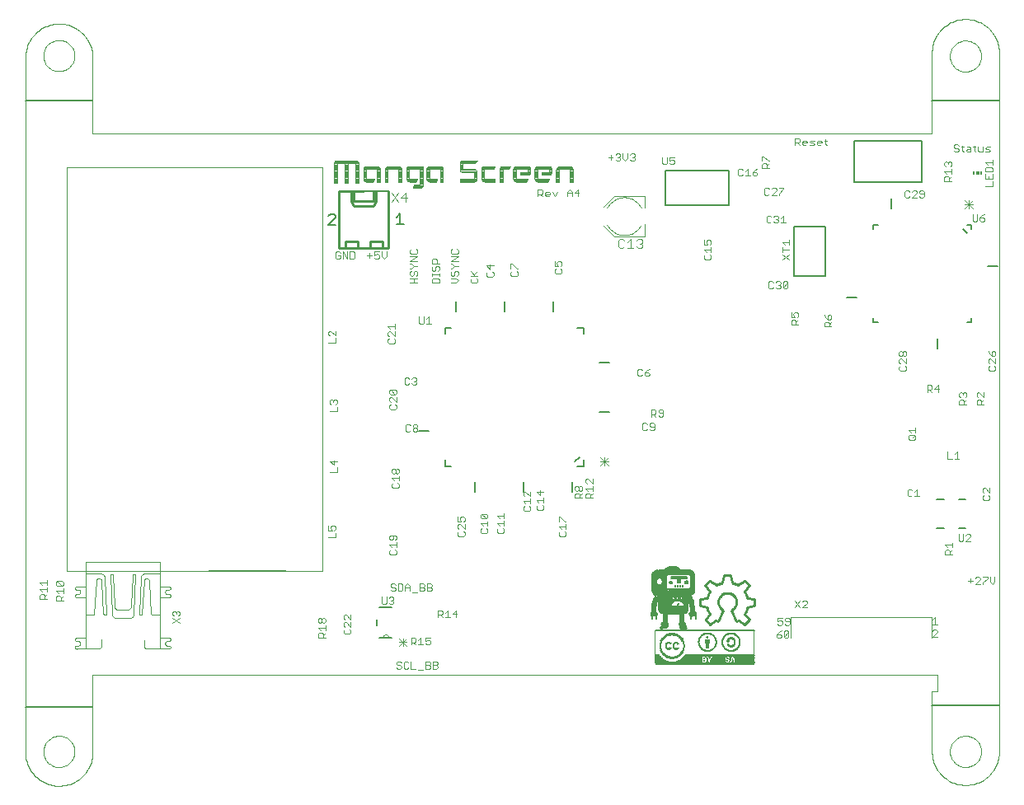
<source format=gto>
G75*
%MOIN*%
%OFA0B0*%
%FSLAX24Y24*%
%IPPOS*%
%LPD*%
%AMOC8*
5,1,8,0,0,1.08239X$1,22.5*
%
%ADD10C,0.0000*%
%ADD11C,0.0079*%
%ADD12C,0.0030*%
%ADD13C,0.0039*%
%ADD14C,0.0080*%
%ADD15C,0.0060*%
%ADD16C,0.0050*%
%ADD17C,0.0100*%
%ADD18R,0.1440X0.0080*%
%ADD19R,0.0060X0.0090*%
%ADD20R,0.0059X0.0118*%
%ADD21R,0.0118X0.0118*%
%ADD22C,0.0040*%
%ADD23C,0.0070*%
%ADD24R,0.4030X0.0010*%
%ADD25R,0.1910X0.0010*%
%ADD26R,0.0150X0.0010*%
%ADD27R,0.0660X0.0010*%
%ADD28R,0.0040X0.0010*%
%ADD29R,0.0110X0.0010*%
%ADD30R,0.0770X0.0010*%
%ADD31R,0.0640X0.0010*%
%ADD32R,0.0020X0.0010*%
%ADD33R,0.0100X0.0010*%
%ADD34R,0.0620X0.0010*%
%ADD35R,0.0090X0.0010*%
%ADD36R,0.0600X0.0010*%
%ADD37R,0.1110X0.0010*%
%ADD38R,0.0610X0.0010*%
%ADD39R,0.0010X0.0010*%
%ADD40R,0.0780X0.0010*%
%ADD41R,0.0550X0.0010*%
%ADD42R,0.1060X0.0010*%
%ADD43R,0.0080X0.0010*%
%ADD44R,0.0520X0.0010*%
%ADD45R,0.1030X0.0010*%
%ADD46R,0.0070X0.0010*%
%ADD47R,0.0060X0.0010*%
%ADD48R,0.0790X0.0010*%
%ADD49R,0.0490X0.0010*%
%ADD50R,0.1000X0.0010*%
%ADD51R,0.0460X0.0010*%
%ADD52R,0.0970X0.0010*%
%ADD53R,0.0440X0.0010*%
%ADD54R,0.0950X0.0010*%
%ADD55R,0.0800X0.0010*%
%ADD56R,0.0420X0.0010*%
%ADD57R,0.0930X0.0010*%
%ADD58R,0.0700X0.0010*%
%ADD59R,0.0030X0.0010*%
%ADD60R,0.0400X0.0010*%
%ADD61R,0.0910X0.0010*%
%ADD62R,0.0650X0.0010*%
%ADD63R,0.0390X0.0010*%
%ADD64R,0.0890X0.0010*%
%ADD65R,0.0050X0.0010*%
%ADD66R,0.0810X0.0010*%
%ADD67R,0.0370X0.0010*%
%ADD68R,0.0880X0.0010*%
%ADD69R,0.0360X0.0010*%
%ADD70R,0.0860X0.0010*%
%ADD71R,0.0590X0.0010*%
%ADD72R,0.0820X0.0010*%
%ADD73R,0.0340X0.0010*%
%ADD74R,0.0850X0.0010*%
%ADD75R,0.0580X0.0010*%
%ADD76R,0.0330X0.0010*%
%ADD77R,0.0840X0.0010*%
%ADD78R,0.0570X0.0010*%
%ADD79R,0.0160X0.0010*%
%ADD80R,0.0320X0.0010*%
%ADD81R,0.0220X0.0010*%
%ADD82R,0.0560X0.0010*%
%ADD83R,0.0830X0.0010*%
%ADD84R,0.0310X0.0010*%
%ADD85R,0.0300X0.0010*%
%ADD86R,0.0290X0.0010*%
%ADD87R,0.0280X0.0010*%
%ADD88R,0.0410X0.0010*%
%ADD89R,0.0270X0.0010*%
%ADD90R,0.0450X0.0010*%
%ADD91R,0.0260X0.0010*%
%ADD92R,0.0250X0.0010*%
%ADD93R,0.0760X0.0010*%
%ADD94R,0.0750X0.0010*%
%ADD95R,0.0140X0.0010*%
%ADD96R,0.0240X0.0010*%
%ADD97R,0.0210X0.0010*%
%ADD98R,0.2870X0.0010*%
%ADD99R,0.0230X0.0010*%
%ADD100R,0.0190X0.0010*%
%ADD101R,0.2860X0.0010*%
%ADD102R,0.0170X0.0010*%
%ADD103R,0.2850X0.0010*%
%ADD104R,0.2840X0.0010*%
%ADD105R,0.2830X0.0010*%
%ADD106R,0.0200X0.0010*%
%ADD107R,0.0130X0.0010*%
%ADD108R,0.2820X0.0010*%
%ADD109R,0.0180X0.0010*%
%ADD110R,0.0120X0.0010*%
%ADD111R,0.2810X0.0010*%
%ADD112R,0.2800X0.0010*%
%ADD113R,0.0380X0.0010*%
%ADD114R,0.0480X0.0010*%
D10*
X000150Y004791D02*
X000150Y032921D01*
X000878Y032940D02*
X000880Y032990D01*
X000886Y033040D01*
X000896Y033089D01*
X000910Y033137D01*
X000927Y033184D01*
X000948Y033229D01*
X000973Y033273D01*
X001001Y033314D01*
X001033Y033353D01*
X001067Y033390D01*
X001104Y033424D01*
X001144Y033454D01*
X001186Y033481D01*
X001230Y033505D01*
X001276Y033526D01*
X001323Y033542D01*
X001371Y033555D01*
X001421Y033564D01*
X001470Y033569D01*
X001521Y033570D01*
X001571Y033567D01*
X001620Y033560D01*
X001669Y033549D01*
X001717Y033534D01*
X001763Y033516D01*
X001808Y033494D01*
X001851Y033468D01*
X001892Y033439D01*
X001931Y033407D01*
X001967Y033372D01*
X001999Y033334D01*
X002029Y033294D01*
X002056Y033251D01*
X002079Y033207D01*
X002098Y033161D01*
X002114Y033113D01*
X002126Y033064D01*
X002134Y033015D01*
X002138Y032965D01*
X002138Y032915D01*
X002134Y032865D01*
X002126Y032816D01*
X002114Y032767D01*
X002098Y032719D01*
X002079Y032673D01*
X002056Y032629D01*
X002029Y032586D01*
X001999Y032546D01*
X001967Y032508D01*
X001931Y032473D01*
X001892Y032441D01*
X001851Y032412D01*
X001808Y032386D01*
X001763Y032364D01*
X001717Y032346D01*
X001669Y032331D01*
X001620Y032320D01*
X001571Y032313D01*
X001521Y032310D01*
X001470Y032311D01*
X001421Y032316D01*
X001371Y032325D01*
X001323Y032338D01*
X001276Y032354D01*
X001230Y032375D01*
X001186Y032399D01*
X001144Y032426D01*
X001104Y032456D01*
X001067Y032490D01*
X001033Y032527D01*
X001001Y032566D01*
X000973Y032607D01*
X000948Y032651D01*
X000927Y032696D01*
X000910Y032743D01*
X000896Y032791D01*
X000886Y032840D01*
X000880Y032890D01*
X000878Y032940D01*
X000150Y032920D02*
X000154Y032992D01*
X000163Y033064D01*
X000175Y033136D01*
X000191Y033206D01*
X000211Y033276D01*
X000234Y033344D01*
X000261Y033411D01*
X000292Y033477D01*
X000326Y033541D01*
X000363Y033603D01*
X000403Y033663D01*
X000447Y033720D01*
X000494Y033776D01*
X000543Y033828D01*
X000596Y033878D01*
X000651Y033925D01*
X000708Y033970D01*
X000768Y034011D01*
X000829Y034048D01*
X000893Y034083D01*
X000958Y034114D01*
X001025Y034141D01*
X001094Y034165D01*
X001163Y034185D01*
X001233Y034202D01*
X001305Y034215D01*
X001377Y034224D01*
X001449Y034229D01*
X001521Y034230D01*
X001593Y034227D01*
X001665Y034221D01*
X001737Y034211D01*
X001808Y034196D01*
X001878Y034179D01*
X001947Y034157D01*
X002015Y034132D01*
X002081Y034103D01*
X002146Y034071D01*
X002209Y034035D01*
X002270Y033996D01*
X002329Y033954D01*
X002385Y033909D01*
X002439Y033861D01*
X002491Y033810D01*
X002539Y033756D01*
X002585Y033700D01*
X002628Y033641D01*
X002667Y033581D01*
X002703Y033518D01*
X002736Y033454D01*
X002765Y033387D01*
X002791Y033320D01*
X002813Y033251D01*
X002831Y033181D01*
X002846Y033110D01*
X002857Y033038D01*
X002864Y032966D01*
X002867Y032894D01*
X002866Y032822D01*
X002866Y029791D01*
X036803Y029791D01*
X036803Y033058D01*
X036805Y033130D01*
X036811Y033202D01*
X036820Y033274D01*
X036834Y033345D01*
X036851Y033415D01*
X036872Y033485D01*
X036896Y033553D01*
X036924Y033619D01*
X036956Y033684D01*
X036991Y033747D01*
X037029Y033809D01*
X037071Y033868D01*
X037116Y033925D01*
X037163Y033979D01*
X037214Y034031D01*
X037267Y034080D01*
X037322Y034126D01*
X037380Y034169D01*
X037441Y034209D01*
X037503Y034246D01*
X037567Y034279D01*
X037633Y034309D01*
X037700Y034335D01*
X037769Y034358D01*
X037839Y034377D01*
X037909Y034392D01*
X037981Y034404D01*
X038053Y034412D01*
X038125Y034416D01*
X038197Y034416D01*
X038269Y034412D01*
X038341Y034404D01*
X038413Y034392D01*
X038483Y034377D01*
X038553Y034358D01*
X038622Y034335D01*
X038689Y034309D01*
X038755Y034279D01*
X038819Y034246D01*
X038881Y034209D01*
X038942Y034169D01*
X039000Y034126D01*
X039055Y034080D01*
X039108Y034031D01*
X039159Y033979D01*
X039206Y033925D01*
X039251Y033868D01*
X039293Y033809D01*
X039331Y033747D01*
X039366Y033684D01*
X039398Y033619D01*
X039426Y033553D01*
X039450Y033485D01*
X039471Y033415D01*
X039488Y033345D01*
X039502Y033274D01*
X039511Y033202D01*
X039517Y033130D01*
X039519Y033058D01*
X039520Y033058D02*
X039520Y004791D01*
X037531Y004791D02*
X037533Y004841D01*
X037539Y004891D01*
X037549Y004940D01*
X037563Y004988D01*
X037580Y005035D01*
X037601Y005080D01*
X037626Y005124D01*
X037654Y005165D01*
X037686Y005204D01*
X037720Y005241D01*
X037757Y005275D01*
X037797Y005305D01*
X037839Y005332D01*
X037883Y005356D01*
X037929Y005377D01*
X037976Y005393D01*
X038024Y005406D01*
X038074Y005415D01*
X038123Y005420D01*
X038174Y005421D01*
X038224Y005418D01*
X038273Y005411D01*
X038322Y005400D01*
X038370Y005385D01*
X038416Y005367D01*
X038461Y005345D01*
X038504Y005319D01*
X038545Y005290D01*
X038584Y005258D01*
X038620Y005223D01*
X038652Y005185D01*
X038682Y005145D01*
X038709Y005102D01*
X038732Y005058D01*
X038751Y005012D01*
X038767Y004964D01*
X038779Y004915D01*
X038787Y004866D01*
X038791Y004816D01*
X038791Y004766D01*
X038787Y004716D01*
X038779Y004667D01*
X038767Y004618D01*
X038751Y004570D01*
X038732Y004524D01*
X038709Y004480D01*
X038682Y004437D01*
X038652Y004397D01*
X038620Y004359D01*
X038584Y004324D01*
X038545Y004292D01*
X038504Y004263D01*
X038461Y004237D01*
X038416Y004215D01*
X038370Y004197D01*
X038322Y004182D01*
X038273Y004171D01*
X038224Y004164D01*
X038174Y004161D01*
X038123Y004162D01*
X038074Y004167D01*
X038024Y004176D01*
X037976Y004189D01*
X037929Y004205D01*
X037883Y004226D01*
X037839Y004250D01*
X037797Y004277D01*
X037757Y004307D01*
X037720Y004341D01*
X037686Y004378D01*
X037654Y004417D01*
X037626Y004458D01*
X037601Y004502D01*
X037580Y004547D01*
X037563Y004594D01*
X037549Y004642D01*
X037539Y004691D01*
X037533Y004741D01*
X037531Y004791D01*
X036803Y004791D02*
X036805Y004719D01*
X036811Y004647D01*
X036820Y004575D01*
X036834Y004504D01*
X036851Y004434D01*
X036872Y004364D01*
X036896Y004296D01*
X036924Y004230D01*
X036956Y004165D01*
X036991Y004102D01*
X037029Y004040D01*
X037071Y003981D01*
X037116Y003924D01*
X037163Y003870D01*
X037214Y003818D01*
X037267Y003769D01*
X037322Y003723D01*
X037380Y003680D01*
X037441Y003640D01*
X037503Y003603D01*
X037567Y003570D01*
X037633Y003540D01*
X037700Y003514D01*
X037769Y003491D01*
X037839Y003472D01*
X037909Y003457D01*
X037981Y003445D01*
X038053Y003437D01*
X038125Y003433D01*
X038197Y003433D01*
X038269Y003437D01*
X038341Y003445D01*
X038413Y003457D01*
X038483Y003472D01*
X038553Y003491D01*
X038622Y003514D01*
X038689Y003540D01*
X038755Y003570D01*
X038819Y003603D01*
X038881Y003640D01*
X038942Y003680D01*
X039000Y003723D01*
X039055Y003769D01*
X039108Y003818D01*
X039159Y003870D01*
X039206Y003924D01*
X039251Y003981D01*
X039293Y004040D01*
X039331Y004102D01*
X039366Y004165D01*
X039398Y004230D01*
X039426Y004296D01*
X039450Y004364D01*
X039471Y004434D01*
X039488Y004504D01*
X039502Y004575D01*
X039511Y004647D01*
X039517Y004719D01*
X039519Y004791D01*
X036803Y004791D02*
X036803Y007212D01*
X037039Y007212D01*
X037039Y007901D01*
X002866Y007901D01*
X002866Y004732D01*
X002867Y004731D02*
X002863Y004659D01*
X002856Y004587D01*
X002845Y004516D01*
X002830Y004445D01*
X002811Y004375D01*
X002789Y004306D01*
X002763Y004239D01*
X002733Y004173D01*
X002700Y004108D01*
X002664Y004046D01*
X002624Y003985D01*
X002581Y003927D01*
X002535Y003871D01*
X002486Y003818D01*
X002435Y003767D01*
X002380Y003719D01*
X002324Y003674D01*
X002265Y003632D01*
X002204Y003594D01*
X002141Y003558D01*
X002076Y003526D01*
X002009Y003498D01*
X001941Y003473D01*
X001872Y003452D01*
X001802Y003434D01*
X001731Y003420D01*
X001659Y003410D01*
X001587Y003404D01*
X001515Y003402D01*
X001442Y003404D01*
X001370Y003409D01*
X001298Y003418D01*
X001227Y003431D01*
X001157Y003448D01*
X001087Y003469D01*
X001019Y003493D01*
X000953Y003521D01*
X000887Y003552D01*
X000824Y003587D01*
X000762Y003625D01*
X000703Y003666D01*
X000646Y003711D01*
X000591Y003758D01*
X000539Y003808D01*
X000490Y003861D01*
X000443Y003917D01*
X000400Y003974D01*
X000359Y004035D01*
X000322Y004097D01*
X000289Y004161D01*
X000259Y004226D01*
X000232Y004294D01*
X000209Y004362D01*
X000189Y004432D01*
X000174Y004503D01*
X000162Y004574D01*
X000154Y004646D01*
X000150Y004718D01*
X000149Y004791D01*
X000878Y004791D02*
X000880Y004841D01*
X000886Y004891D01*
X000896Y004940D01*
X000910Y004988D01*
X000927Y005035D01*
X000948Y005080D01*
X000973Y005124D01*
X001001Y005165D01*
X001033Y005204D01*
X001067Y005241D01*
X001104Y005275D01*
X001144Y005305D01*
X001186Y005332D01*
X001230Y005356D01*
X001276Y005377D01*
X001323Y005393D01*
X001371Y005406D01*
X001421Y005415D01*
X001470Y005420D01*
X001521Y005421D01*
X001571Y005418D01*
X001620Y005411D01*
X001669Y005400D01*
X001717Y005385D01*
X001763Y005367D01*
X001808Y005345D01*
X001851Y005319D01*
X001892Y005290D01*
X001931Y005258D01*
X001967Y005223D01*
X001999Y005185D01*
X002029Y005145D01*
X002056Y005102D01*
X002079Y005058D01*
X002098Y005012D01*
X002114Y004964D01*
X002126Y004915D01*
X002134Y004866D01*
X002138Y004816D01*
X002138Y004766D01*
X002134Y004716D01*
X002126Y004667D01*
X002114Y004618D01*
X002098Y004570D01*
X002079Y004524D01*
X002056Y004480D01*
X002029Y004437D01*
X001999Y004397D01*
X001967Y004359D01*
X001931Y004324D01*
X001892Y004292D01*
X001851Y004263D01*
X001808Y004237D01*
X001763Y004215D01*
X001717Y004197D01*
X001669Y004182D01*
X001620Y004171D01*
X001571Y004164D01*
X001521Y004161D01*
X001470Y004162D01*
X001421Y004167D01*
X001371Y004176D01*
X001323Y004189D01*
X001276Y004205D01*
X001230Y004226D01*
X001186Y004250D01*
X001144Y004277D01*
X001104Y004307D01*
X001067Y004341D01*
X001033Y004378D01*
X001001Y004417D01*
X000973Y004458D01*
X000948Y004502D01*
X000927Y004547D01*
X000910Y004594D01*
X000896Y004642D01*
X000886Y004691D01*
X000880Y004741D01*
X000878Y004791D01*
X001823Y012094D02*
X001823Y028432D01*
X012158Y028432D01*
X012158Y012094D01*
X001823Y012094D01*
X014597Y009397D02*
X014599Y009418D01*
X014604Y009438D01*
X014613Y009457D01*
X014625Y009474D01*
X014640Y009489D01*
X014657Y009501D01*
X014676Y009510D01*
X014696Y009515D01*
X014717Y009517D01*
X014738Y009515D01*
X014758Y009510D01*
X014777Y009501D01*
X014794Y009489D01*
X014809Y009474D01*
X014821Y009457D01*
X014830Y009438D01*
X014835Y009418D01*
X014837Y009397D01*
X037531Y032921D02*
X037533Y032971D01*
X037539Y033021D01*
X037549Y033070D01*
X037563Y033118D01*
X037580Y033165D01*
X037601Y033210D01*
X037626Y033254D01*
X037654Y033295D01*
X037686Y033334D01*
X037720Y033371D01*
X037757Y033405D01*
X037797Y033435D01*
X037839Y033462D01*
X037883Y033486D01*
X037929Y033507D01*
X037976Y033523D01*
X038024Y033536D01*
X038074Y033545D01*
X038123Y033550D01*
X038174Y033551D01*
X038224Y033548D01*
X038273Y033541D01*
X038322Y033530D01*
X038370Y033515D01*
X038416Y033497D01*
X038461Y033475D01*
X038504Y033449D01*
X038545Y033420D01*
X038584Y033388D01*
X038620Y033353D01*
X038652Y033315D01*
X038682Y033275D01*
X038709Y033232D01*
X038732Y033188D01*
X038751Y033142D01*
X038767Y033094D01*
X038779Y033045D01*
X038787Y032996D01*
X038791Y032946D01*
X038791Y032896D01*
X038787Y032846D01*
X038779Y032797D01*
X038767Y032748D01*
X038751Y032700D01*
X038732Y032654D01*
X038709Y032610D01*
X038682Y032567D01*
X038652Y032527D01*
X038620Y032489D01*
X038584Y032454D01*
X038545Y032422D01*
X038504Y032393D01*
X038461Y032367D01*
X038416Y032345D01*
X038370Y032327D01*
X038322Y032312D01*
X038273Y032301D01*
X038224Y032294D01*
X038174Y032291D01*
X038123Y032292D01*
X038074Y032297D01*
X038024Y032306D01*
X037976Y032319D01*
X037929Y032335D01*
X037883Y032356D01*
X037839Y032380D01*
X037797Y032407D01*
X037757Y032437D01*
X037720Y032471D01*
X037686Y032508D01*
X037654Y032547D01*
X037626Y032588D01*
X037601Y032632D01*
X037580Y032677D01*
X037563Y032724D01*
X037549Y032772D01*
X037539Y032821D01*
X037533Y032871D01*
X037531Y032921D01*
D11*
X036803Y031110D02*
X039520Y031110D01*
X039520Y006661D02*
X036803Y006661D01*
X002866Y006582D02*
X000150Y006582D01*
X000169Y031110D02*
X002866Y031110D01*
D12*
X012684Y024969D02*
X012684Y024775D01*
X012733Y024727D01*
X012829Y024727D01*
X012878Y024775D01*
X012878Y024872D01*
X012781Y024872D01*
X012684Y024969D02*
X012733Y025017D01*
X012829Y025017D01*
X012878Y024969D01*
X012979Y025017D02*
X013173Y024727D01*
X013173Y025017D01*
X013274Y025017D02*
X013419Y025017D01*
X013467Y024969D01*
X013467Y024775D01*
X013419Y024727D01*
X013274Y024727D01*
X013274Y025017D01*
X012979Y025017D02*
X012979Y024727D01*
X013964Y024872D02*
X014157Y024872D01*
X014259Y024872D02*
X014355Y024920D01*
X014404Y024920D01*
X014452Y024872D01*
X014452Y024775D01*
X014404Y024727D01*
X014307Y024727D01*
X014259Y024775D01*
X014259Y024872D02*
X014259Y025017D01*
X014452Y025017D01*
X014553Y025017D02*
X014553Y024824D01*
X014650Y024727D01*
X014747Y024824D01*
X014747Y025017D01*
X014061Y024969D02*
X014061Y024775D01*
X015704Y024826D02*
X015995Y024826D01*
X015704Y024632D01*
X015995Y024632D01*
X015995Y024435D02*
X015849Y024435D01*
X015753Y024531D01*
X015704Y024531D01*
X015849Y024435D02*
X015753Y024338D01*
X015704Y024338D01*
X015753Y024237D02*
X015704Y024188D01*
X015704Y024092D01*
X015753Y024043D01*
X015801Y024043D01*
X015849Y024092D01*
X015849Y024188D01*
X015898Y024237D01*
X015946Y024237D01*
X015995Y024188D01*
X015995Y024092D01*
X015946Y024043D01*
X015995Y023942D02*
X015704Y023942D01*
X015849Y023942D02*
X015849Y023749D01*
X015704Y023749D02*
X015995Y023749D01*
X016590Y023749D02*
X016590Y023894D01*
X016638Y023942D01*
X016832Y023942D01*
X016880Y023894D01*
X016880Y023749D01*
X016590Y023749D01*
X016590Y024043D02*
X016590Y024140D01*
X016590Y024092D02*
X016880Y024092D01*
X016880Y024140D02*
X016880Y024043D01*
X016832Y024240D02*
X016880Y024288D01*
X016880Y024385D01*
X016832Y024433D01*
X016784Y024433D01*
X016735Y024385D01*
X016735Y024288D01*
X016687Y024240D01*
X016638Y024240D01*
X016590Y024288D01*
X016590Y024385D01*
X016638Y024433D01*
X016590Y024534D02*
X016590Y024679D01*
X016638Y024728D01*
X016735Y024728D01*
X016784Y024679D01*
X016784Y024534D01*
X016880Y024534D02*
X016590Y024534D01*
X015995Y024976D02*
X015995Y025072D01*
X015946Y025121D01*
X015995Y024976D02*
X015946Y024927D01*
X015753Y024927D01*
X015704Y024976D01*
X015704Y025072D01*
X015753Y025121D01*
X017358Y025072D02*
X017358Y024976D01*
X017406Y024927D01*
X017600Y024927D01*
X017648Y024976D01*
X017648Y025072D01*
X017600Y025121D01*
X017406Y025121D02*
X017358Y025072D01*
X017358Y024826D02*
X017648Y024826D01*
X017358Y024632D01*
X017648Y024632D01*
X017648Y024435D02*
X017503Y024435D01*
X017406Y024531D01*
X017358Y024531D01*
X017503Y024435D02*
X017406Y024338D01*
X017358Y024338D01*
X017406Y024237D02*
X017358Y024188D01*
X017358Y024092D01*
X017406Y024043D01*
X017455Y024043D01*
X017503Y024092D01*
X017503Y024188D01*
X017551Y024237D01*
X017600Y024237D01*
X017648Y024188D01*
X017648Y024092D01*
X017600Y024043D01*
X017551Y023942D02*
X017358Y023942D01*
X017551Y023942D02*
X017648Y023845D01*
X017551Y023749D01*
X017358Y023749D01*
X018145Y023797D02*
X018194Y023749D01*
X018387Y023749D01*
X018435Y023797D01*
X018435Y023894D01*
X018387Y023942D01*
X018339Y024043D02*
X018145Y024237D01*
X018145Y024043D02*
X018435Y024043D01*
X018290Y024092D02*
X018435Y024237D01*
X018787Y024150D02*
X018787Y024053D01*
X018836Y024004D01*
X019029Y024004D01*
X019078Y024053D01*
X019078Y024150D01*
X019029Y024198D01*
X018932Y024299D02*
X018932Y024493D01*
X018787Y024444D02*
X018932Y024299D01*
X018836Y024198D02*
X018787Y024150D01*
X018787Y024444D02*
X019078Y024444D01*
X019772Y024512D02*
X019772Y024319D01*
X019820Y024218D02*
X019772Y024169D01*
X019772Y024073D01*
X019820Y024024D01*
X020013Y024024D01*
X020062Y024073D01*
X020062Y024169D01*
X020013Y024218D01*
X020013Y024319D02*
X020062Y024319D01*
X020013Y024319D02*
X019820Y024512D01*
X019772Y024512D01*
X018194Y023942D02*
X018145Y023894D01*
X018145Y023797D01*
X016460Y022377D02*
X016460Y022087D01*
X016363Y022087D02*
X016557Y022087D01*
X016363Y022281D02*
X016460Y022377D01*
X016262Y022377D02*
X016262Y022135D01*
X016214Y022087D01*
X016117Y022087D01*
X016068Y022135D01*
X016068Y022377D01*
X015096Y022082D02*
X015096Y021889D01*
X015096Y021986D02*
X014806Y021986D01*
X014903Y021889D01*
X014903Y021788D02*
X014855Y021788D01*
X014806Y021739D01*
X014806Y021643D01*
X014855Y021594D01*
X014855Y021493D02*
X014806Y021445D01*
X014806Y021348D01*
X014855Y021300D01*
X015048Y021300D01*
X015096Y021348D01*
X015096Y021445D01*
X015048Y021493D01*
X015096Y021594D02*
X014903Y021788D01*
X015096Y021788D02*
X015096Y021594D01*
X015523Y019920D02*
X015475Y019871D01*
X015475Y019678D01*
X015523Y019629D01*
X015620Y019629D01*
X015668Y019678D01*
X015770Y019678D02*
X015818Y019629D01*
X015915Y019629D01*
X015963Y019678D01*
X015963Y019726D01*
X015915Y019774D01*
X015866Y019774D01*
X015915Y019774D02*
X015963Y019823D01*
X015963Y019871D01*
X015915Y019920D01*
X015818Y019920D01*
X015770Y019871D01*
X015668Y019871D02*
X015620Y019920D01*
X015523Y019920D01*
X015107Y019425D02*
X015155Y019377D01*
X015155Y019280D01*
X015107Y019231D01*
X014914Y019425D01*
X015107Y019425D01*
X014914Y019425D02*
X014865Y019377D01*
X014865Y019280D01*
X014914Y019231D01*
X015107Y019231D01*
X015155Y019130D02*
X015155Y018937D01*
X014962Y019130D01*
X014914Y019130D01*
X014865Y019082D01*
X014865Y018985D01*
X014914Y018937D01*
X014914Y018836D02*
X014865Y018787D01*
X014865Y018691D01*
X014914Y018642D01*
X015107Y018642D01*
X015155Y018691D01*
X015155Y018787D01*
X015107Y018836D01*
X015563Y018030D02*
X015514Y017981D01*
X015514Y017788D01*
X015563Y017740D01*
X015659Y017740D01*
X015708Y017788D01*
X015809Y017788D02*
X015809Y017836D01*
X015857Y017885D01*
X015954Y017885D01*
X016003Y017836D01*
X016003Y017788D01*
X015954Y017740D01*
X015857Y017740D01*
X015809Y017788D01*
X015857Y017885D02*
X015809Y017933D01*
X015809Y017981D01*
X015857Y018030D01*
X015954Y018030D01*
X016003Y017981D01*
X016003Y017933D01*
X015954Y017885D01*
X015708Y017981D02*
X015659Y018030D01*
X015563Y018030D01*
X015206Y016236D02*
X015254Y016188D01*
X015254Y016091D01*
X015206Y016042D01*
X015157Y016042D01*
X015109Y016091D01*
X015109Y016188D01*
X015157Y016236D01*
X015206Y016236D01*
X015109Y016188D02*
X015060Y016236D01*
X015012Y016236D01*
X014964Y016188D01*
X014964Y016091D01*
X015012Y016042D01*
X015060Y016042D01*
X015109Y016091D01*
X015254Y015941D02*
X015254Y015748D01*
X015254Y015845D02*
X014964Y015845D01*
X015060Y015748D01*
X015012Y015647D02*
X014964Y015598D01*
X014964Y015502D01*
X015012Y015453D01*
X015206Y015453D01*
X015254Y015502D01*
X015254Y015598D01*
X015206Y015647D01*
X015107Y013539D02*
X014914Y013539D01*
X014865Y013491D01*
X014865Y013394D01*
X014914Y013346D01*
X014962Y013346D01*
X015010Y013394D01*
X015010Y013539D01*
X015107Y013539D02*
X015155Y013491D01*
X015155Y013394D01*
X015107Y013346D01*
X015155Y013244D02*
X015155Y013051D01*
X015155Y013148D02*
X014865Y013148D01*
X014962Y013051D01*
X014914Y012950D02*
X014865Y012901D01*
X014865Y012805D01*
X014914Y012756D01*
X015107Y012756D01*
X015155Y012805D01*
X015155Y012901D01*
X015107Y012950D01*
X015060Y011579D02*
X014963Y011579D01*
X014915Y011530D01*
X014915Y011482D01*
X014963Y011433D01*
X015060Y011433D01*
X015108Y011385D01*
X015108Y011337D01*
X015060Y011288D01*
X014963Y011288D01*
X014915Y011337D01*
X015108Y011530D02*
X015060Y011579D01*
X015209Y011579D02*
X015354Y011579D01*
X015403Y011530D01*
X015403Y011337D01*
X015354Y011288D01*
X015209Y011288D01*
X015209Y011579D01*
X015504Y011482D02*
X015504Y011288D01*
X015504Y011433D02*
X015697Y011433D01*
X015697Y011482D02*
X015697Y011288D01*
X015799Y011240D02*
X015992Y011240D01*
X016093Y011288D02*
X016238Y011288D01*
X016287Y011337D01*
X016287Y011385D01*
X016238Y011433D01*
X016093Y011433D01*
X016093Y011288D02*
X016093Y011579D01*
X016238Y011579D01*
X016287Y011530D01*
X016287Y011482D01*
X016238Y011433D01*
X016388Y011433D02*
X016533Y011433D01*
X016581Y011385D01*
X016581Y011337D01*
X016533Y011288D01*
X016388Y011288D01*
X016388Y011579D01*
X016533Y011579D01*
X016581Y011530D01*
X016581Y011482D01*
X016533Y011433D01*
X015697Y011482D02*
X015601Y011579D01*
X015504Y011482D01*
X015036Y010995D02*
X015036Y010947D01*
X014987Y010899D01*
X015036Y010850D01*
X015036Y010802D01*
X014987Y010753D01*
X014891Y010753D01*
X014842Y010802D01*
X014741Y010802D02*
X014741Y011044D01*
X014842Y010995D02*
X014891Y011044D01*
X014987Y011044D01*
X015036Y010995D01*
X014987Y010899D02*
X014939Y010899D01*
X014741Y010802D02*
X014693Y010753D01*
X014596Y010753D01*
X014548Y010802D01*
X014548Y011044D01*
X013303Y010328D02*
X013303Y010135D01*
X013110Y010328D01*
X013061Y010328D01*
X013013Y010280D01*
X013013Y010183D01*
X013061Y010135D01*
X013061Y010034D02*
X013013Y009985D01*
X013013Y009889D01*
X013061Y009840D01*
X013061Y009739D02*
X013013Y009691D01*
X013013Y009594D01*
X013061Y009546D01*
X013255Y009546D01*
X013303Y009594D01*
X013303Y009691D01*
X013255Y009739D01*
X013303Y009840D02*
X013110Y010034D01*
X013061Y010034D01*
X013303Y010034D02*
X013303Y009840D01*
X012279Y009799D02*
X011989Y009799D01*
X012086Y009703D01*
X012038Y009601D02*
X012134Y009601D01*
X012183Y009553D01*
X012183Y009408D01*
X012279Y009408D02*
X011989Y009408D01*
X011989Y009553D01*
X012038Y009601D01*
X012183Y009505D02*
X012279Y009601D01*
X012279Y009703D02*
X012279Y009896D01*
X012231Y009997D02*
X012183Y009997D01*
X012134Y010046D01*
X012134Y010142D01*
X012183Y010191D01*
X012231Y010191D01*
X012279Y010142D01*
X012279Y010046D01*
X012231Y009997D01*
X012134Y010046D02*
X012086Y009997D01*
X012038Y009997D01*
X011989Y010046D01*
X011989Y010142D01*
X012038Y010191D01*
X012086Y010191D01*
X012134Y010142D01*
X015258Y009374D02*
X015572Y009060D01*
X015572Y009217D02*
X015258Y009217D01*
X015258Y009060D02*
X015572Y009374D01*
X015415Y009374D02*
X015415Y009060D01*
X015741Y009111D02*
X015741Y009401D01*
X015887Y009401D01*
X015935Y009353D01*
X015935Y009256D01*
X015887Y009207D01*
X015741Y009207D01*
X015838Y009207D02*
X015935Y009111D01*
X016036Y009111D02*
X016230Y009111D01*
X016133Y009111D02*
X016133Y009401D01*
X016036Y009304D01*
X016331Y009256D02*
X016331Y009401D01*
X016524Y009401D01*
X016476Y009304D02*
X016524Y009256D01*
X016524Y009159D01*
X016476Y009111D01*
X016379Y009111D01*
X016331Y009159D01*
X016331Y009256D02*
X016428Y009304D01*
X016476Y009304D01*
X016475Y008429D02*
X016523Y008381D01*
X016523Y008332D01*
X016475Y008284D01*
X016330Y008284D01*
X016475Y008284D02*
X016523Y008235D01*
X016523Y008187D01*
X016475Y008139D01*
X016330Y008139D01*
X016330Y008429D01*
X016475Y008429D01*
X016624Y008429D02*
X016769Y008429D01*
X016818Y008381D01*
X016818Y008332D01*
X016769Y008284D01*
X016624Y008284D01*
X016624Y008139D02*
X016624Y008429D01*
X016769Y008284D02*
X016818Y008235D01*
X016818Y008187D01*
X016769Y008139D01*
X016624Y008139D01*
X016228Y008090D02*
X016035Y008090D01*
X015934Y008139D02*
X015740Y008139D01*
X015740Y008429D01*
X015639Y008381D02*
X015591Y008429D01*
X015494Y008429D01*
X015446Y008381D01*
X015446Y008187D01*
X015494Y008139D01*
X015591Y008139D01*
X015639Y008187D01*
X015344Y008187D02*
X015296Y008139D01*
X015199Y008139D01*
X015151Y008187D01*
X015199Y008284D02*
X015296Y008284D01*
X015344Y008235D01*
X015344Y008187D01*
X015199Y008284D02*
X015151Y008332D01*
X015151Y008381D01*
X015199Y008429D01*
X015296Y008429D01*
X015344Y008381D01*
X016824Y010213D02*
X016824Y010503D01*
X016969Y010503D01*
X017018Y010455D01*
X017018Y010358D01*
X016969Y010310D01*
X016824Y010310D01*
X016921Y010310D02*
X017018Y010213D01*
X017119Y010213D02*
X017312Y010213D01*
X017216Y010213D02*
X017216Y010503D01*
X017119Y010407D01*
X017413Y010358D02*
X017607Y010358D01*
X017559Y010213D02*
X017559Y010503D01*
X017413Y010358D01*
X017668Y013502D02*
X017861Y013502D01*
X017909Y013551D01*
X017909Y013648D01*
X017861Y013696D01*
X017909Y013797D02*
X017716Y013991D01*
X017668Y013991D01*
X017619Y013942D01*
X017619Y013845D01*
X017668Y013797D01*
X017668Y013696D02*
X017619Y013648D01*
X017619Y013551D01*
X017668Y013502D01*
X017909Y013797D02*
X017909Y013991D01*
X017861Y014092D02*
X017909Y014140D01*
X017909Y014237D01*
X017861Y014285D01*
X017764Y014285D01*
X017716Y014237D01*
X017716Y014188D01*
X017764Y014092D01*
X017619Y014092D01*
X017619Y014285D01*
X018544Y014258D02*
X018544Y014355D01*
X018593Y014403D01*
X018786Y014210D01*
X018835Y014258D01*
X018835Y014355D01*
X018786Y014403D01*
X018593Y014403D01*
X018544Y014258D02*
X018593Y014210D01*
X018786Y014210D01*
X018835Y014109D02*
X018835Y013915D01*
X018835Y014012D02*
X018544Y014012D01*
X018641Y013915D01*
X018593Y013814D02*
X018544Y013766D01*
X018544Y013669D01*
X018593Y013620D01*
X018786Y013620D01*
X018835Y013669D01*
X018835Y013766D01*
X018786Y013814D01*
X019214Y013785D02*
X019214Y013689D01*
X019262Y013640D01*
X019456Y013640D01*
X019504Y013689D01*
X019504Y013785D01*
X019456Y013834D01*
X019504Y013935D02*
X019504Y014128D01*
X019504Y014032D02*
X019214Y014032D01*
X019310Y013935D01*
X019262Y013834D02*
X019214Y013785D01*
X019310Y014229D02*
X019214Y014326D01*
X019504Y014326D01*
X019504Y014229D02*
X019504Y014423D01*
X020277Y014574D02*
X020325Y014526D01*
X020519Y014526D01*
X020567Y014574D01*
X020567Y014671D01*
X020519Y014720D01*
X020567Y014821D02*
X020567Y015014D01*
X020567Y014917D02*
X020277Y014917D01*
X020373Y014821D01*
X020325Y014720D02*
X020277Y014671D01*
X020277Y014574D01*
X020325Y015115D02*
X020277Y015164D01*
X020277Y015260D01*
X020325Y015309D01*
X020373Y015309D01*
X020567Y015115D01*
X020567Y015309D01*
X020808Y015300D02*
X020953Y015155D01*
X020953Y015348D01*
X021098Y015300D02*
X020808Y015300D01*
X020808Y014957D02*
X021098Y014957D01*
X021098Y014860D02*
X021098Y015054D01*
X020905Y014860D02*
X020808Y014957D01*
X020857Y014759D02*
X020808Y014710D01*
X020808Y014614D01*
X020857Y014565D01*
X021050Y014565D01*
X021098Y014614D01*
X021098Y014710D01*
X021050Y014759D01*
X021714Y014285D02*
X021714Y014092D01*
X021714Y014285D02*
X021762Y014285D01*
X021956Y014092D01*
X022004Y014092D01*
X022004Y013991D02*
X022004Y013797D01*
X022004Y013894D02*
X021714Y013894D01*
X021810Y013797D01*
X021762Y013696D02*
X021714Y013648D01*
X021714Y013551D01*
X021762Y013502D01*
X021956Y013502D01*
X022004Y013551D01*
X022004Y013648D01*
X021956Y013696D01*
X022370Y015048D02*
X022370Y015193D01*
X022418Y015241D01*
X022515Y015241D01*
X022564Y015193D01*
X022564Y015048D01*
X022660Y015048D02*
X022370Y015048D01*
X022564Y015145D02*
X022660Y015241D01*
X022612Y015342D02*
X022564Y015342D01*
X022515Y015391D01*
X022515Y015488D01*
X022564Y015536D01*
X022612Y015536D01*
X022660Y015488D01*
X022660Y015391D01*
X022612Y015342D01*
X022515Y015391D02*
X022467Y015342D01*
X022418Y015342D01*
X022370Y015391D01*
X022370Y015488D01*
X022418Y015536D01*
X022467Y015536D01*
X022515Y015488D01*
X022803Y015439D02*
X023093Y015439D01*
X023093Y015342D02*
X023093Y015536D01*
X023093Y015637D02*
X022900Y015831D01*
X022851Y015831D01*
X022803Y015782D01*
X022803Y015685D01*
X022851Y015637D01*
X022803Y015439D02*
X022900Y015342D01*
X022948Y015241D02*
X022997Y015193D01*
X022997Y015048D01*
X023093Y015048D02*
X022803Y015048D01*
X022803Y015193D01*
X022851Y015241D01*
X022948Y015241D01*
X022997Y015145D02*
X023093Y015241D01*
X023093Y015637D02*
X023093Y015831D01*
X023395Y016374D02*
X023708Y016688D01*
X023552Y016688D02*
X023552Y016374D01*
X023708Y016374D02*
X023395Y016688D01*
X023395Y016531D02*
X023708Y016531D01*
X025092Y017840D02*
X025140Y017792D01*
X025237Y017792D01*
X025285Y017840D01*
X025387Y017840D02*
X025435Y017792D01*
X025532Y017792D01*
X025580Y017840D01*
X025580Y018034D01*
X025532Y018082D01*
X025435Y018082D01*
X025387Y018034D01*
X025387Y017985D01*
X025435Y017937D01*
X025580Y017937D01*
X025285Y018034D02*
X025237Y018082D01*
X025140Y018082D01*
X025092Y018034D01*
X025092Y017840D01*
X025446Y018343D02*
X025446Y018633D01*
X025591Y018633D01*
X025640Y018585D01*
X025640Y018488D01*
X025591Y018440D01*
X025446Y018440D01*
X025543Y018440D02*
X025640Y018343D01*
X025741Y018391D02*
X025789Y018343D01*
X025886Y018343D01*
X025934Y018391D01*
X025934Y018585D01*
X025886Y018633D01*
X025789Y018633D01*
X025741Y018585D01*
X025741Y018537D01*
X025789Y018488D01*
X025934Y018488D01*
X025335Y019977D02*
X025383Y020025D01*
X025383Y020074D01*
X025335Y020122D01*
X025190Y020122D01*
X025190Y020025D01*
X025238Y019977D01*
X025335Y019977D01*
X025190Y020122D02*
X025286Y020219D01*
X025383Y020267D01*
X025088Y020219D02*
X025040Y020267D01*
X024943Y020267D01*
X024895Y020219D01*
X024895Y020025D01*
X024943Y019977D01*
X025040Y019977D01*
X025088Y020025D01*
X021785Y024123D02*
X021592Y024123D01*
X021543Y024171D01*
X021543Y024268D01*
X021592Y024316D01*
X021543Y024417D02*
X021688Y024417D01*
X021640Y024514D01*
X021640Y024562D01*
X021688Y024611D01*
X021785Y024611D01*
X021834Y024562D01*
X021834Y024466D01*
X021785Y024417D01*
X021785Y024316D02*
X021834Y024268D01*
X021834Y024171D01*
X021785Y024123D01*
X021543Y024417D02*
X021543Y024611D01*
X021559Y027247D02*
X021656Y027440D01*
X021463Y027440D02*
X021559Y027247D01*
X021361Y027343D02*
X021168Y027343D01*
X021168Y027295D02*
X021168Y027392D01*
X021216Y027440D01*
X021313Y027440D01*
X021361Y027392D01*
X021361Y027343D01*
X021313Y027247D02*
X021216Y027247D01*
X021168Y027295D01*
X021067Y027247D02*
X020970Y027343D01*
X021018Y027343D02*
X020873Y027343D01*
X020873Y027247D02*
X020873Y027537D01*
X021018Y027537D01*
X021067Y027488D01*
X021067Y027392D01*
X021018Y027343D01*
X022052Y027392D02*
X022245Y027392D01*
X022245Y027440D02*
X022245Y027247D01*
X022347Y027392D02*
X022540Y027392D01*
X022492Y027537D02*
X022347Y027392D01*
X022245Y027440D02*
X022149Y027537D01*
X022052Y027440D01*
X022052Y027247D01*
X022492Y027247D02*
X022492Y027537D01*
X023714Y028835D02*
X023907Y028835D01*
X023811Y028932D02*
X023811Y028738D01*
X024009Y028738D02*
X024057Y028690D01*
X024154Y028690D01*
X024202Y028738D01*
X024202Y028787D01*
X024154Y028835D01*
X024105Y028835D01*
X024154Y028835D02*
X024202Y028883D01*
X024202Y028932D01*
X024154Y028980D01*
X024057Y028980D01*
X024009Y028932D01*
X024303Y028980D02*
X024303Y028787D01*
X024400Y028690D01*
X024497Y028787D01*
X024497Y028980D01*
X024598Y028932D02*
X024646Y028980D01*
X024743Y028980D01*
X024791Y028932D01*
X024791Y028883D01*
X024743Y028835D01*
X024791Y028787D01*
X024791Y028738D01*
X024743Y028690D01*
X024646Y028690D01*
X024598Y028738D01*
X024695Y028835D02*
X024743Y028835D01*
X025897Y028836D02*
X025897Y028594D01*
X025945Y028546D01*
X026042Y028546D01*
X026090Y028594D01*
X026090Y028836D01*
X026192Y028836D02*
X026192Y028691D01*
X026288Y028740D01*
X026337Y028740D01*
X026385Y028691D01*
X026385Y028594D01*
X026337Y028546D01*
X026240Y028546D01*
X026192Y028594D01*
X026192Y028836D02*
X026385Y028836D01*
X028956Y028323D02*
X028956Y028130D01*
X029004Y028081D01*
X029101Y028081D01*
X029150Y028130D01*
X029251Y028081D02*
X029444Y028081D01*
X029347Y028081D02*
X029347Y028371D01*
X029251Y028275D01*
X029150Y028323D02*
X029101Y028371D01*
X029004Y028371D01*
X028956Y028323D01*
X029545Y028226D02*
X029690Y028226D01*
X029739Y028178D01*
X029739Y028130D01*
X029690Y028081D01*
X029594Y028081D01*
X029545Y028130D01*
X029545Y028226D01*
X029642Y028323D01*
X029739Y028371D01*
X029933Y028384D02*
X029933Y028529D01*
X029981Y028577D01*
X030078Y028577D01*
X030126Y028529D01*
X030126Y028384D01*
X030126Y028480D02*
X030223Y028577D01*
X030223Y028678D02*
X030175Y028678D01*
X029981Y028872D01*
X029933Y028872D01*
X029933Y028678D01*
X029933Y028384D02*
X030223Y028384D01*
X030168Y027597D02*
X030071Y027597D01*
X030023Y027548D01*
X030023Y027355D01*
X030071Y027306D01*
X030168Y027306D01*
X030216Y027355D01*
X030318Y027306D02*
X030511Y027500D01*
X030511Y027548D01*
X030463Y027597D01*
X030366Y027597D01*
X030318Y027548D01*
X030216Y027548D02*
X030168Y027597D01*
X030318Y027306D02*
X030511Y027306D01*
X030612Y027306D02*
X030612Y027355D01*
X030806Y027548D01*
X030806Y027597D01*
X030612Y027597D01*
X030551Y026468D02*
X030600Y026420D01*
X030600Y026371D01*
X030551Y026323D01*
X030600Y026274D01*
X030600Y026226D01*
X030551Y026178D01*
X030455Y026178D01*
X030406Y026226D01*
X030305Y026226D02*
X030257Y026178D01*
X030160Y026178D01*
X030112Y026226D01*
X030112Y026420D01*
X030160Y026468D01*
X030257Y026468D01*
X030305Y026420D01*
X030406Y026420D02*
X030455Y026468D01*
X030551Y026468D01*
X030551Y026323D02*
X030503Y026323D01*
X030701Y026371D02*
X030798Y026468D01*
X030798Y026178D01*
X030894Y026178D02*
X030701Y026178D01*
X031038Y025484D02*
X031038Y025291D01*
X031038Y025387D02*
X030748Y025387D01*
X030845Y025291D01*
X030748Y025189D02*
X030748Y024996D01*
X030748Y025093D02*
X031038Y025093D01*
X031038Y024895D02*
X030748Y024701D01*
X030748Y024895D02*
X031038Y024701D01*
X030925Y023810D02*
X030973Y023762D01*
X030780Y023569D01*
X030828Y023520D01*
X030925Y023520D01*
X030973Y023569D01*
X030973Y023762D01*
X030925Y023810D02*
X030828Y023810D01*
X030780Y023762D01*
X030780Y023569D01*
X030678Y023569D02*
X030630Y023520D01*
X030533Y023520D01*
X030485Y023569D01*
X030384Y023569D02*
X030335Y023520D01*
X030239Y023520D01*
X030190Y023569D01*
X030190Y023762D01*
X030239Y023810D01*
X030335Y023810D01*
X030384Y023762D01*
X030485Y023762D02*
X030533Y023810D01*
X030630Y023810D01*
X030678Y023762D01*
X030678Y023714D01*
X030630Y023665D01*
X030678Y023617D01*
X030678Y023569D01*
X030630Y023665D02*
X030582Y023665D01*
X031110Y022544D02*
X031110Y022350D01*
X031255Y022350D01*
X031207Y022447D01*
X031207Y022495D01*
X031255Y022544D01*
X031352Y022544D01*
X031400Y022495D01*
X031400Y022399D01*
X031352Y022350D01*
X031400Y022249D02*
X031304Y022152D01*
X031304Y022201D02*
X031304Y022056D01*
X031400Y022056D02*
X031110Y022056D01*
X031110Y022201D01*
X031159Y022249D01*
X031255Y022249D01*
X031304Y022201D01*
X032449Y022122D02*
X032449Y021977D01*
X032739Y021977D01*
X032642Y021977D02*
X032642Y022122D01*
X032594Y022170D01*
X032497Y022170D01*
X032449Y022122D01*
X032642Y022074D02*
X032739Y022170D01*
X032691Y022272D02*
X032739Y022320D01*
X032739Y022417D01*
X032691Y022465D01*
X032642Y022465D01*
X032594Y022417D01*
X032594Y022272D01*
X032691Y022272D01*
X032594Y022272D02*
X032497Y022368D01*
X032449Y022465D01*
X035473Y020930D02*
X035522Y020978D01*
X035570Y020978D01*
X035619Y020930D01*
X035619Y020833D01*
X035570Y020785D01*
X035522Y020785D01*
X035473Y020833D01*
X035473Y020930D01*
X035619Y020930D02*
X035667Y020978D01*
X035715Y020978D01*
X035764Y020930D01*
X035764Y020833D01*
X035715Y020785D01*
X035667Y020785D01*
X035619Y020833D01*
X035570Y020683D02*
X035522Y020683D01*
X035473Y020635D01*
X035473Y020538D01*
X035522Y020490D01*
X035522Y020389D02*
X035473Y020340D01*
X035473Y020244D01*
X035522Y020195D01*
X035715Y020195D01*
X035764Y020244D01*
X035764Y020340D01*
X035715Y020389D01*
X035764Y020490D02*
X035570Y020683D01*
X035764Y020683D02*
X035764Y020490D01*
X036608Y019618D02*
X036753Y019618D01*
X036801Y019569D01*
X036801Y019472D01*
X036753Y019424D01*
X036608Y019424D01*
X036704Y019424D02*
X036801Y019327D01*
X036902Y019472D02*
X037096Y019472D01*
X037047Y019327D02*
X037047Y019618D01*
X036902Y019472D01*
X036608Y019327D02*
X036608Y019618D01*
X037902Y019267D02*
X037950Y019315D01*
X037998Y019315D01*
X038047Y019267D01*
X038095Y019315D01*
X038143Y019315D01*
X038192Y019267D01*
X038192Y019170D01*
X038143Y019122D01*
X038192Y019021D02*
X038095Y018924D01*
X038095Y018972D02*
X038095Y018827D01*
X038192Y018827D02*
X037902Y018827D01*
X037902Y018972D01*
X037950Y019021D01*
X038047Y019021D01*
X038095Y018972D01*
X037950Y019122D02*
X037902Y019170D01*
X037902Y019267D01*
X038047Y019267D02*
X038047Y019219D01*
X038610Y019267D02*
X038610Y019170D01*
X038659Y019122D01*
X038659Y019021D02*
X038755Y019021D01*
X038804Y018972D01*
X038804Y018827D01*
X038900Y018827D02*
X038610Y018827D01*
X038610Y018972D01*
X038659Y019021D01*
X038804Y018924D02*
X038900Y019021D01*
X038900Y019122D02*
X038707Y019315D01*
X038659Y019315D01*
X038610Y019267D01*
X038900Y019315D02*
X038900Y019122D01*
X039124Y020195D02*
X039076Y020244D01*
X039076Y020340D01*
X039124Y020389D01*
X039124Y020490D02*
X039076Y020538D01*
X039076Y020635D01*
X039124Y020683D01*
X039173Y020683D01*
X039366Y020490D01*
X039366Y020683D01*
X039318Y020785D02*
X039366Y020833D01*
X039366Y020930D01*
X039318Y020978D01*
X039269Y020978D01*
X039221Y020930D01*
X039221Y020785D01*
X039318Y020785D01*
X039221Y020785D02*
X039124Y020881D01*
X039076Y020978D01*
X039318Y020389D02*
X039366Y020340D01*
X039366Y020244D01*
X039318Y020195D01*
X039124Y020195D01*
X036137Y017890D02*
X036137Y017697D01*
X036137Y017793D02*
X035846Y017793D01*
X035943Y017697D01*
X035895Y017596D02*
X036088Y017596D01*
X036137Y017547D01*
X036137Y017450D01*
X036088Y017402D01*
X035895Y017402D01*
X035846Y017450D01*
X035846Y017547D01*
X035895Y017596D01*
X036040Y017499D02*
X036137Y017596D01*
X037417Y016912D02*
X037417Y016621D01*
X037611Y016621D01*
X037712Y016621D02*
X037905Y016621D01*
X037809Y016621D02*
X037809Y016912D01*
X037712Y016815D01*
X038898Y015449D02*
X038850Y015401D01*
X038850Y015304D01*
X038898Y015256D01*
X038898Y015155D02*
X038850Y015106D01*
X038850Y015010D01*
X038898Y014961D01*
X039092Y014961D01*
X039140Y015010D01*
X039140Y015106D01*
X039092Y015155D01*
X039140Y015256D02*
X038947Y015449D01*
X038898Y015449D01*
X039140Y015449D02*
X039140Y015256D01*
X038318Y013591D02*
X038221Y013591D01*
X038173Y013542D01*
X038072Y013591D02*
X038072Y013349D01*
X038024Y013300D01*
X037927Y013300D01*
X037878Y013349D01*
X037878Y013591D01*
X038173Y013300D02*
X038367Y013494D01*
X038367Y013542D01*
X038318Y013591D01*
X038367Y013300D02*
X038173Y013300D01*
X037618Y013243D02*
X037618Y013050D01*
X037618Y013146D02*
X037328Y013146D01*
X037425Y013050D01*
X037473Y012948D02*
X037521Y012900D01*
X037521Y012755D01*
X037521Y012852D02*
X037618Y012948D01*
X037473Y012948D02*
X037376Y012948D01*
X037328Y012900D01*
X037328Y012755D01*
X037618Y012755D01*
X038358Y011806D02*
X038358Y011612D01*
X038261Y011709D02*
X038455Y011709D01*
X038556Y011806D02*
X038604Y011854D01*
X038701Y011854D01*
X038749Y011806D01*
X038749Y011757D01*
X038556Y011564D01*
X038749Y011564D01*
X038850Y011564D02*
X038850Y011612D01*
X039044Y011806D01*
X039044Y011854D01*
X038850Y011854D01*
X039145Y011854D02*
X039145Y011661D01*
X039242Y011564D01*
X039339Y011661D01*
X039339Y011854D01*
X036927Y010210D02*
X036927Y009920D01*
X036927Y010210D01*
X036830Y010113D01*
X036927Y010210D01*
X036830Y009920D02*
X037024Y009920D01*
X036830Y009920D01*
X036867Y009722D02*
X036818Y009673D01*
X036867Y009722D01*
X036963Y009722D01*
X037012Y009673D01*
X037012Y009625D01*
X036818Y009432D01*
X037012Y009432D01*
X036818Y009432D01*
X037012Y009625D01*
X037012Y009673D01*
X036963Y009722D01*
X036867Y009722D01*
X031755Y010613D02*
X031562Y010613D01*
X031755Y010806D01*
X031755Y010855D01*
X031707Y010903D01*
X031610Y010903D01*
X031562Y010855D01*
X031461Y010903D02*
X031267Y010613D01*
X031461Y010613D02*
X031267Y010903D01*
X030998Y010194D02*
X030901Y010194D01*
X030853Y010146D01*
X030853Y010098D01*
X030901Y010049D01*
X031047Y010049D01*
X030901Y010049D01*
X030853Y010098D01*
X030853Y010146D01*
X030901Y010194D01*
X030998Y010194D01*
X031047Y010146D01*
X031047Y009952D01*
X030998Y009904D01*
X030901Y009904D01*
X030853Y009952D01*
X030901Y009904D01*
X030998Y009904D01*
X031047Y009952D01*
X031047Y010146D01*
X030998Y010194D01*
X030752Y010194D02*
X030558Y010194D01*
X030558Y010049D01*
X030655Y010098D01*
X030704Y010098D01*
X030752Y010049D01*
X030752Y009952D01*
X030704Y009904D01*
X030607Y009904D01*
X030558Y009952D01*
X030607Y009904D01*
X030704Y009904D01*
X030752Y009952D01*
X030752Y010049D01*
X030704Y010098D01*
X030655Y010098D01*
X030558Y010049D01*
X030558Y010194D01*
X030752Y010194D01*
X030713Y009682D02*
X030616Y009634D01*
X030519Y009537D01*
X030664Y009537D01*
X030713Y009489D01*
X030713Y009441D01*
X030664Y009392D01*
X030567Y009392D01*
X030519Y009441D01*
X030519Y009537D01*
X030664Y009537D01*
X030713Y009489D01*
X030713Y009441D01*
X030664Y009392D01*
X030567Y009392D01*
X030519Y009441D01*
X030519Y009537D01*
X030616Y009634D01*
X030713Y009682D01*
X030814Y009634D02*
X030862Y009682D01*
X030959Y009682D01*
X031007Y009634D01*
X030814Y009441D01*
X030862Y009392D01*
X030959Y009392D01*
X031007Y009441D01*
X031007Y009634D01*
X030814Y009441D01*
X030814Y009634D01*
X030862Y009682D01*
X030959Y009682D01*
X031007Y009634D01*
X031007Y009441D01*
X030959Y009392D01*
X030862Y009392D01*
X030814Y009441D01*
X030814Y009634D01*
X035861Y015111D02*
X035958Y015111D01*
X036006Y015159D01*
X036107Y015111D02*
X036301Y015111D01*
X036204Y015111D02*
X036204Y015401D01*
X036107Y015305D01*
X036006Y015353D02*
X035958Y015401D01*
X035861Y015401D01*
X035812Y015353D01*
X035812Y015159D01*
X035861Y015111D01*
X027822Y024703D02*
X027870Y024752D01*
X027870Y024848D01*
X027822Y024897D01*
X027870Y024998D02*
X027870Y025191D01*
X027870Y025095D02*
X027580Y025095D01*
X027677Y024998D01*
X027628Y024897D02*
X027580Y024848D01*
X027580Y024752D01*
X027628Y024703D01*
X027822Y024703D01*
X027822Y025292D02*
X027870Y025341D01*
X027870Y025438D01*
X027822Y025486D01*
X027725Y025486D01*
X027677Y025438D01*
X027677Y025389D01*
X027725Y025292D01*
X027580Y025292D01*
X027580Y025486D01*
X025102Y025462D02*
X025102Y025401D01*
X025041Y025339D01*
X025102Y025277D01*
X025102Y025215D01*
X025041Y025154D01*
X024917Y025154D01*
X024855Y025215D01*
X024734Y025154D02*
X024487Y025154D01*
X024611Y025154D02*
X024611Y025524D01*
X024487Y025401D01*
X024366Y025462D02*
X024304Y025524D01*
X024181Y025524D01*
X024119Y025462D01*
X024119Y025215D01*
X024181Y025154D01*
X024304Y025154D01*
X024366Y025215D01*
X024855Y025462D02*
X024917Y025524D01*
X025041Y025524D01*
X025102Y025462D01*
X025041Y025339D02*
X024979Y025339D01*
X031267Y029314D02*
X031267Y029604D01*
X031412Y029604D01*
X031461Y029555D01*
X031461Y029459D01*
X031412Y029410D01*
X031267Y029410D01*
X031364Y029410D02*
X031461Y029314D01*
X031562Y029362D02*
X031562Y029459D01*
X031610Y029507D01*
X031707Y029507D01*
X031755Y029459D01*
X031755Y029410D01*
X031562Y029410D01*
X031562Y029362D02*
X031610Y029314D01*
X031707Y029314D01*
X031856Y029314D02*
X032001Y029314D01*
X032050Y029362D01*
X032001Y029410D01*
X031905Y029410D01*
X031856Y029459D01*
X031905Y029507D01*
X032050Y029507D01*
X032151Y029459D02*
X032199Y029507D01*
X032296Y029507D01*
X032345Y029459D01*
X032345Y029410D01*
X032151Y029410D01*
X032151Y029362D02*
X032151Y029459D01*
X032151Y029362D02*
X032199Y029314D01*
X032296Y029314D01*
X032494Y029362D02*
X032542Y029314D01*
X032494Y029362D02*
X032494Y029555D01*
X032446Y029507D02*
X032542Y029507D01*
X035702Y027443D02*
X035702Y027250D01*
X035750Y027201D01*
X035847Y027201D01*
X035896Y027250D01*
X035997Y027201D02*
X036190Y027395D01*
X036190Y027443D01*
X036142Y027492D01*
X036045Y027492D01*
X035997Y027443D01*
X035896Y027443D02*
X035847Y027492D01*
X035750Y027492D01*
X035702Y027443D01*
X035997Y027201D02*
X036190Y027201D01*
X036291Y027250D02*
X036340Y027201D01*
X036437Y027201D01*
X036485Y027250D01*
X036485Y027443D01*
X036437Y027492D01*
X036340Y027492D01*
X036291Y027443D01*
X036291Y027395D01*
X036340Y027346D01*
X036485Y027346D01*
X037304Y027872D02*
X037304Y028018D01*
X037353Y028066D01*
X037449Y028066D01*
X037498Y028018D01*
X037498Y027872D01*
X037594Y027872D02*
X037304Y027872D01*
X037498Y027969D02*
X037594Y028066D01*
X037594Y028167D02*
X037594Y028361D01*
X037594Y028264D02*
X037304Y028264D01*
X037401Y028167D01*
X037353Y028462D02*
X037304Y028510D01*
X037304Y028607D01*
X037353Y028655D01*
X037401Y028655D01*
X037449Y028607D01*
X037498Y028655D01*
X037546Y028655D01*
X037594Y028607D01*
X037594Y028510D01*
X037546Y028462D01*
X037449Y028559D02*
X037449Y028607D01*
X037733Y029058D02*
X037684Y029106D01*
X037733Y029058D02*
X037829Y029058D01*
X037878Y029106D01*
X037878Y029154D01*
X037829Y029203D01*
X037733Y029203D01*
X037684Y029251D01*
X037684Y029299D01*
X037733Y029348D01*
X037829Y029348D01*
X037878Y029299D01*
X037979Y029251D02*
X038076Y029251D01*
X038027Y029299D02*
X038027Y029106D01*
X038076Y029058D01*
X038175Y029106D02*
X038224Y029154D01*
X038369Y029154D01*
X038369Y029203D02*
X038369Y029058D01*
X038224Y029058D01*
X038175Y029106D01*
X038224Y029251D02*
X038321Y029251D01*
X038369Y029203D01*
X038470Y029251D02*
X038567Y029251D01*
X038518Y029299D02*
X038518Y029106D01*
X038567Y029058D01*
X038667Y029106D02*
X038715Y029058D01*
X038860Y029058D01*
X038860Y029251D01*
X038961Y029203D02*
X039010Y029251D01*
X039155Y029251D01*
X039106Y029154D02*
X039010Y029154D01*
X038961Y029203D01*
X038961Y029058D02*
X039106Y029058D01*
X039155Y029106D01*
X039106Y029154D01*
X038667Y029106D02*
X038667Y029251D01*
X039248Y028734D02*
X039248Y028541D01*
X039248Y028637D02*
X038958Y028637D01*
X039054Y028541D01*
X039006Y028439D02*
X038958Y028391D01*
X038958Y028246D01*
X039248Y028246D01*
X039248Y028391D01*
X039200Y028439D01*
X039006Y028439D01*
X038958Y028145D02*
X038958Y027951D01*
X039248Y027951D01*
X039248Y028145D01*
X039103Y028048D02*
X039103Y027951D01*
X039248Y027850D02*
X039248Y027657D01*
X038958Y027657D01*
X038447Y027086D02*
X038133Y026773D01*
X038133Y026930D02*
X038447Y026930D01*
X038447Y026773D02*
X038133Y027086D01*
X038290Y027086D02*
X038290Y026773D01*
X038444Y026534D02*
X038444Y026292D01*
X038492Y026243D01*
X038589Y026243D01*
X038637Y026292D01*
X038637Y026534D01*
X038738Y026389D02*
X038884Y026389D01*
X038932Y026340D01*
X038932Y026292D01*
X038884Y026243D01*
X038787Y026243D01*
X038738Y026292D01*
X038738Y026389D01*
X038835Y026485D01*
X038932Y026534D01*
X012686Y021808D02*
X012686Y021614D01*
X012492Y021808D01*
X012444Y021808D01*
X012396Y021759D01*
X012396Y021662D01*
X012444Y021614D01*
X012686Y021513D02*
X012686Y021319D01*
X012396Y021319D01*
X012503Y019032D02*
X012551Y019032D01*
X012600Y018984D01*
X012648Y019032D01*
X012697Y019032D01*
X012745Y018984D01*
X012745Y018887D01*
X012697Y018838D01*
X012745Y018737D02*
X012745Y018544D01*
X012455Y018544D01*
X012503Y018838D02*
X012455Y018887D01*
X012455Y018984D01*
X012503Y019032D01*
X012600Y018984D02*
X012600Y018935D01*
X012619Y016571D02*
X012619Y016378D01*
X012474Y016523D01*
X012765Y016523D01*
X012765Y016277D02*
X012765Y016083D01*
X012474Y016083D01*
X012541Y013934D02*
X012637Y013934D01*
X012686Y013885D01*
X012686Y013788D01*
X012637Y013740D01*
X012541Y013740D02*
X012492Y013837D01*
X012492Y013885D01*
X012541Y013934D01*
X012396Y013934D02*
X012396Y013740D01*
X012541Y013740D01*
X012686Y013639D02*
X012686Y013445D01*
X012396Y013445D01*
X006387Y010425D02*
X006387Y010328D01*
X006338Y010279D01*
X006387Y010178D02*
X006096Y009985D01*
X006096Y010178D02*
X006387Y009985D01*
X006145Y010279D02*
X006096Y010328D01*
X006096Y010425D01*
X006145Y010473D01*
X006193Y010473D01*
X006242Y010425D01*
X006290Y010473D01*
X006338Y010473D01*
X006387Y010425D01*
X006242Y010425D02*
X006242Y010376D01*
X001676Y010894D02*
X001386Y010894D01*
X001386Y011039D01*
X001434Y011088D01*
X001531Y011088D01*
X001579Y011039D01*
X001579Y010894D01*
X001579Y010991D02*
X001676Y011088D01*
X001676Y011189D02*
X001676Y011382D01*
X001676Y011286D02*
X001386Y011286D01*
X001483Y011189D01*
X001434Y011484D02*
X001386Y011532D01*
X001386Y011629D01*
X001434Y011677D01*
X001628Y011484D01*
X001676Y011532D01*
X001676Y011629D01*
X001628Y011677D01*
X001434Y011677D01*
X001434Y011484D02*
X001628Y011484D01*
X001026Y011441D02*
X001026Y011248D01*
X001026Y011345D02*
X000736Y011345D01*
X000833Y011248D01*
X000881Y011147D02*
X000930Y011098D01*
X000930Y010953D01*
X001026Y010953D02*
X000736Y010953D01*
X000736Y011098D01*
X000785Y011147D01*
X000881Y011147D01*
X000930Y011050D02*
X001026Y011147D01*
X001026Y011543D02*
X001026Y011736D01*
X001026Y011639D02*
X000736Y011639D01*
X000833Y011543D01*
D13*
X015819Y027606D02*
X016134Y027606D01*
X016154Y027608D01*
X016173Y027616D01*
X016190Y027629D01*
X016202Y027645D01*
X016210Y027664D01*
X016213Y027684D01*
X016213Y028432D01*
X016211Y028445D01*
X016205Y028456D01*
X016196Y028464D01*
X016185Y028470D01*
X016173Y028472D01*
X015661Y028472D01*
X015635Y028469D01*
X015610Y028460D01*
X015588Y028446D01*
X015569Y028427D01*
X016213Y028427D01*
X016213Y028389D02*
X015549Y028389D01*
X015546Y028380D02*
X015543Y028354D01*
X015543Y027999D01*
X015547Y027964D01*
X015559Y027931D01*
X015578Y027901D01*
X015603Y027876D01*
X015633Y027857D01*
X015666Y027846D01*
X015701Y027842D01*
X015937Y027842D01*
X015976Y027960D01*
X015661Y027960D01*
X015661Y028354D01*
X016095Y028354D01*
X016095Y027724D01*
X015858Y027724D01*
X015819Y027606D01*
X015828Y027631D02*
X016192Y027631D01*
X016211Y027669D02*
X015840Y027669D01*
X015853Y027707D02*
X016213Y027707D01*
X016213Y027745D02*
X016095Y027745D01*
X016095Y027783D02*
X016213Y027783D01*
X016213Y027821D02*
X016095Y027821D01*
X016095Y027859D02*
X016213Y027859D01*
X016213Y027897D02*
X016095Y027897D01*
X016095Y027934D02*
X016213Y027934D01*
X016213Y027972D02*
X016095Y027972D01*
X016095Y028010D02*
X016213Y028010D01*
X016213Y028048D02*
X016095Y028048D01*
X016095Y028086D02*
X016213Y028086D01*
X016213Y028124D02*
X016095Y028124D01*
X016095Y028162D02*
X016213Y028162D01*
X016213Y028200D02*
X016095Y028200D01*
X016095Y028237D02*
X016213Y028237D01*
X016213Y028275D02*
X016095Y028275D01*
X016095Y028313D02*
X016213Y028313D01*
X016213Y028351D02*
X016095Y028351D01*
X016196Y028465D02*
X015623Y028465D01*
X015569Y028427D02*
X015555Y028405D01*
X015546Y028380D01*
X015543Y028351D02*
X015661Y028351D01*
X015661Y028313D02*
X015543Y028313D01*
X015543Y028275D02*
X015661Y028275D01*
X015661Y028237D02*
X015543Y028237D01*
X015543Y028200D02*
X015661Y028200D01*
X015661Y028162D02*
X015543Y028162D01*
X015543Y028124D02*
X015661Y028124D01*
X015661Y028086D02*
X015543Y028086D01*
X015543Y028048D02*
X015661Y028048D01*
X015661Y028010D02*
X015543Y028010D01*
X015546Y027972D02*
X015661Y027972D01*
X015582Y027897D02*
X015955Y027897D01*
X015968Y027934D02*
X015558Y027934D01*
X015630Y027859D02*
X015943Y027859D01*
X016373Y027934D02*
X016370Y027960D01*
X016370Y028354D01*
X016373Y028380D01*
X016382Y028405D01*
X016396Y028427D01*
X016415Y028446D01*
X016437Y028460D01*
X016462Y028469D01*
X016488Y028472D01*
X016921Y028472D01*
X016948Y028469D01*
X016973Y028460D01*
X016995Y028446D01*
X017014Y028427D01*
X016396Y028427D01*
X016376Y028389D02*
X017033Y028389D01*
X017036Y028380D02*
X017028Y028405D01*
X017014Y028427D01*
X017036Y028380D02*
X017039Y028354D01*
X017039Y027842D01*
X016921Y027842D01*
X016921Y028354D01*
X016488Y028354D01*
X016488Y027960D01*
X016803Y027960D01*
X016764Y027842D01*
X016488Y027842D01*
X016462Y027845D01*
X016437Y027854D01*
X016415Y027868D01*
X016396Y027886D01*
X016382Y027909D01*
X016373Y027934D01*
X016795Y027934D01*
X016782Y027897D02*
X016389Y027897D01*
X016429Y027859D02*
X016769Y027859D01*
X016921Y027859D02*
X017039Y027859D01*
X017039Y027897D02*
X016921Y027897D01*
X016921Y027934D02*
X017039Y027934D01*
X017039Y027972D02*
X016921Y027972D01*
X016921Y028010D02*
X017039Y028010D01*
X017039Y028048D02*
X016921Y028048D01*
X016921Y028086D02*
X017039Y028086D01*
X017039Y028124D02*
X016921Y028124D01*
X016921Y028162D02*
X017039Y028162D01*
X017039Y028200D02*
X016921Y028200D01*
X016921Y028237D02*
X017039Y028237D01*
X017039Y028275D02*
X016921Y028275D01*
X016921Y028313D02*
X017039Y028313D01*
X017039Y028351D02*
X016921Y028351D01*
X016959Y028465D02*
X016450Y028465D01*
X016488Y028351D02*
X016370Y028351D01*
X016370Y028313D02*
X016488Y028313D01*
X016488Y028275D02*
X016370Y028275D01*
X016370Y028237D02*
X016488Y028237D01*
X016488Y028200D02*
X016370Y028200D01*
X016370Y028162D02*
X016488Y028162D01*
X016488Y028124D02*
X016370Y028124D01*
X016370Y028086D02*
X016488Y028086D01*
X016488Y028048D02*
X016370Y028048D01*
X016370Y028010D02*
X016488Y028010D01*
X016488Y027972D02*
X016370Y027972D01*
X015347Y027972D02*
X015228Y027972D01*
X015228Y027934D02*
X015347Y027934D01*
X015347Y027897D02*
X015228Y027897D01*
X015228Y027859D02*
X015347Y027859D01*
X015347Y027842D02*
X015228Y027842D01*
X015228Y028354D01*
X014795Y028354D01*
X014795Y027842D01*
X014677Y027842D01*
X014677Y028314D01*
X014681Y028349D01*
X014693Y028383D01*
X014712Y028412D01*
X014737Y028437D01*
X014766Y028456D01*
X014800Y028468D01*
X014835Y028472D01*
X015228Y028472D01*
X015255Y028469D01*
X015280Y028460D01*
X015302Y028446D01*
X015321Y028427D01*
X014726Y028427D01*
X014697Y028389D02*
X015340Y028389D01*
X015344Y028380D02*
X015347Y028354D01*
X015347Y027842D01*
X015347Y028010D02*
X015228Y028010D01*
X015228Y028048D02*
X015347Y028048D01*
X015347Y028086D02*
X015228Y028086D01*
X015228Y028124D02*
X015347Y028124D01*
X015347Y028162D02*
X015228Y028162D01*
X015228Y028200D02*
X015347Y028200D01*
X015347Y028237D02*
X015228Y028237D01*
X015228Y028275D02*
X015347Y028275D01*
X015347Y028313D02*
X015228Y028313D01*
X015228Y028351D02*
X015347Y028351D01*
X015344Y028380D02*
X015335Y028405D01*
X015321Y028427D01*
X015266Y028465D02*
X014791Y028465D01*
X014795Y028351D02*
X014682Y028351D01*
X014677Y028313D02*
X014795Y028313D01*
X014795Y028275D02*
X014677Y028275D01*
X014677Y028237D02*
X014795Y028237D01*
X014795Y028200D02*
X014677Y028200D01*
X014677Y028162D02*
X014795Y028162D01*
X014795Y028124D02*
X014677Y028124D01*
X014677Y028086D02*
X014795Y028086D01*
X014795Y028048D02*
X014677Y028048D01*
X014677Y028010D02*
X014795Y028010D01*
X014795Y027972D02*
X014677Y027972D01*
X014677Y027934D02*
X014795Y027934D01*
X014795Y027897D02*
X014677Y027897D01*
X014677Y027859D02*
X014795Y027859D01*
X014480Y027859D02*
X014362Y027859D01*
X014362Y027842D02*
X014480Y027842D01*
X014480Y028354D01*
X014477Y028380D01*
X014469Y028405D01*
X014455Y028427D01*
X013837Y028427D01*
X013823Y028405D01*
X013814Y028380D01*
X013811Y028354D01*
X013811Y027960D01*
X013814Y027934D01*
X013823Y027909D01*
X013837Y027886D01*
X013856Y027868D01*
X013878Y027854D01*
X013903Y027845D01*
X013929Y027842D01*
X014205Y027842D01*
X014244Y027960D01*
X013929Y027960D01*
X013929Y028354D01*
X014362Y028354D01*
X014362Y027842D01*
X014362Y027897D02*
X014480Y027897D01*
X014480Y027934D02*
X014362Y027934D01*
X014362Y027972D02*
X014480Y027972D01*
X014480Y028010D02*
X014362Y028010D01*
X014362Y028048D02*
X014480Y028048D01*
X014480Y028086D02*
X014362Y028086D01*
X014362Y028124D02*
X014480Y028124D01*
X014480Y028162D02*
X014362Y028162D01*
X014362Y028200D02*
X014480Y028200D01*
X014480Y028237D02*
X014362Y028237D01*
X014362Y028275D02*
X014480Y028275D01*
X014480Y028313D02*
X014362Y028313D01*
X014362Y028351D02*
X014480Y028351D01*
X014474Y028389D02*
X013817Y028389D01*
X013811Y028351D02*
X013929Y028351D01*
X013929Y028313D02*
X013811Y028313D01*
X013811Y028275D02*
X013929Y028275D01*
X013929Y028237D02*
X013811Y028237D01*
X013811Y028200D02*
X013929Y028200D01*
X013929Y028162D02*
X013811Y028162D01*
X013811Y028124D02*
X013929Y028124D01*
X013929Y028086D02*
X013811Y028086D01*
X013811Y028048D02*
X013929Y028048D01*
X013929Y028010D02*
X013811Y028010D01*
X013811Y027972D02*
X013929Y027972D01*
X013814Y027934D02*
X014236Y027934D01*
X014223Y027897D02*
X013830Y027897D01*
X013870Y027859D02*
X014210Y027859D01*
X013614Y027859D02*
X013496Y027859D01*
X013496Y027897D02*
X013614Y027897D01*
X013614Y027934D02*
X013496Y027934D01*
X013496Y027972D02*
X013614Y027972D01*
X013614Y028010D02*
X013496Y028010D01*
X013496Y028048D02*
X013614Y028048D01*
X013614Y028086D02*
X013496Y028086D01*
X013496Y028124D02*
X013614Y028124D01*
X013614Y028162D02*
X013496Y028162D01*
X013496Y028200D02*
X013614Y028200D01*
X013614Y028237D02*
X013496Y028237D01*
X013496Y028275D02*
X013614Y028275D01*
X013614Y028313D02*
X013496Y028313D01*
X013496Y028351D02*
X013614Y028351D01*
X013614Y028389D02*
X013496Y028389D01*
X013496Y028427D02*
X013614Y028427D01*
X013614Y028465D02*
X013496Y028465D01*
X013496Y028503D02*
X013614Y028503D01*
X013614Y028540D02*
X013496Y028540D01*
X013496Y028578D02*
X013614Y028578D01*
X013614Y028590D02*
X013611Y028616D01*
X012633Y028616D01*
X012630Y028590D01*
X012630Y027802D01*
X012748Y027802D01*
X012748Y028590D01*
X013063Y028590D01*
X013063Y027802D01*
X013181Y027802D01*
X013181Y028590D01*
X013496Y028590D01*
X013496Y027802D01*
X013614Y027802D01*
X013614Y028590D01*
X013611Y028616D02*
X013603Y028641D01*
X013588Y028663D01*
X013570Y028682D01*
X013547Y028696D01*
X013522Y028705D01*
X013496Y028708D01*
X012748Y028708D01*
X012722Y028705D01*
X012697Y028696D01*
X012674Y028682D01*
X012656Y028663D01*
X012642Y028641D01*
X012633Y028616D01*
X012630Y028578D02*
X012748Y028578D01*
X012748Y028540D02*
X012630Y028540D01*
X012630Y028503D02*
X012748Y028503D01*
X012748Y028465D02*
X012630Y028465D01*
X012630Y028427D02*
X012748Y028427D01*
X012748Y028389D02*
X012630Y028389D01*
X012630Y028351D02*
X012748Y028351D01*
X012748Y028313D02*
X012630Y028313D01*
X012630Y028275D02*
X012748Y028275D01*
X012748Y028237D02*
X012630Y028237D01*
X012630Y028200D02*
X012748Y028200D01*
X012748Y028162D02*
X012630Y028162D01*
X012630Y028124D02*
X012748Y028124D01*
X012748Y028086D02*
X012630Y028086D01*
X012630Y028048D02*
X012748Y028048D01*
X012748Y028010D02*
X012630Y028010D01*
X012630Y027972D02*
X012748Y027972D01*
X012748Y027934D02*
X012630Y027934D01*
X012630Y027897D02*
X012748Y027897D01*
X012748Y027859D02*
X012630Y027859D01*
X012630Y027821D02*
X012748Y027821D01*
X013063Y027821D02*
X013181Y027821D01*
X013181Y027859D02*
X013063Y027859D01*
X013063Y027897D02*
X013181Y027897D01*
X013181Y027934D02*
X013063Y027934D01*
X013063Y027972D02*
X013181Y027972D01*
X013181Y028010D02*
X013063Y028010D01*
X013063Y028048D02*
X013181Y028048D01*
X013181Y028086D02*
X013063Y028086D01*
X013063Y028124D02*
X013181Y028124D01*
X013181Y028162D02*
X013063Y028162D01*
X013063Y028200D02*
X013181Y028200D01*
X013181Y028237D02*
X013063Y028237D01*
X013063Y028275D02*
X013181Y028275D01*
X013181Y028313D02*
X013063Y028313D01*
X013063Y028351D02*
X013181Y028351D01*
X013181Y028389D02*
X013063Y028389D01*
X013063Y028427D02*
X013181Y028427D01*
X013181Y028465D02*
X013063Y028465D01*
X013063Y028503D02*
X013181Y028503D01*
X013181Y028540D02*
X013063Y028540D01*
X013063Y028578D02*
X013181Y028578D01*
X013554Y028692D02*
X012690Y028692D01*
X012650Y028654D02*
X013594Y028654D01*
X013837Y028427D02*
X013856Y028446D01*
X013878Y028460D01*
X013903Y028469D01*
X013929Y028472D01*
X014362Y028472D01*
X014389Y028469D01*
X014414Y028460D01*
X014436Y028446D01*
X014455Y028427D01*
X014400Y028465D02*
X013891Y028465D01*
X013614Y027821D02*
X013496Y027821D01*
X017709Y027842D02*
X017709Y027960D01*
X018299Y027960D01*
X018299Y028236D01*
X017827Y028236D01*
X017801Y028238D01*
X017776Y028247D01*
X017753Y028261D01*
X017735Y028280D01*
X017720Y028302D01*
X017712Y028327D01*
X017709Y028354D01*
X017709Y028590D01*
X017712Y028616D01*
X018356Y028616D01*
X018339Y028590D02*
X017827Y028590D01*
X017827Y028354D01*
X018299Y028354D01*
X018320Y028351D01*
X018339Y028343D01*
X018355Y028331D01*
X018367Y028314D01*
X018375Y028295D01*
X018378Y028275D01*
X018378Y027921D01*
X018375Y027900D01*
X018367Y027881D01*
X018355Y027865D01*
X018339Y027852D01*
X018320Y027844D01*
X018299Y027842D01*
X017709Y027842D01*
X017709Y027859D02*
X018347Y027859D01*
X018374Y027897D02*
X017709Y027897D01*
X017709Y027934D02*
X018378Y027934D01*
X018378Y027972D02*
X018299Y027972D01*
X018299Y028010D02*
X018378Y028010D01*
X018378Y028048D02*
X018299Y028048D01*
X018299Y028086D02*
X018378Y028086D01*
X018378Y028124D02*
X018299Y028124D01*
X018299Y028162D02*
X018378Y028162D01*
X018378Y028200D02*
X018299Y028200D01*
X018378Y028237D02*
X017810Y028237D01*
X017739Y028275D02*
X018378Y028275D01*
X018368Y028313D02*
X017717Y028313D01*
X017709Y028351D02*
X018319Y028351D01*
X018339Y028590D02*
X018417Y028708D01*
X017827Y028708D01*
X017801Y028705D01*
X017776Y028696D01*
X017753Y028682D01*
X017735Y028663D01*
X017720Y028641D01*
X017712Y028616D01*
X017709Y028578D02*
X017827Y028578D01*
X017827Y028540D02*
X017709Y028540D01*
X017709Y028503D02*
X017827Y028503D01*
X017827Y028465D02*
X017709Y028465D01*
X017709Y028427D02*
X017827Y028427D01*
X017827Y028389D02*
X017709Y028389D01*
X017729Y028654D02*
X018381Y028654D01*
X018407Y028692D02*
X017769Y028692D01*
X018587Y028405D02*
X018601Y028427D01*
X018619Y028446D01*
X018642Y028460D01*
X018667Y028469D01*
X018693Y028472D01*
X019126Y028472D01*
X019087Y028354D01*
X018693Y028354D01*
X018693Y027960D01*
X019126Y027960D01*
X019126Y027842D01*
X018732Y027842D01*
X018697Y027846D01*
X018664Y027857D01*
X018634Y027876D01*
X018609Y027901D01*
X018590Y027931D01*
X018579Y027964D01*
X018575Y027999D01*
X018575Y028354D01*
X018578Y028380D01*
X018587Y028405D01*
X018581Y028389D02*
X019098Y028389D01*
X019111Y028427D02*
X018600Y028427D01*
X018655Y028465D02*
X019124Y028465D01*
X019329Y028389D02*
X019701Y028389D01*
X019677Y028354D02*
X019441Y028354D01*
X019441Y027842D01*
X019323Y027842D01*
X019323Y028354D01*
X019326Y028380D01*
X019335Y028405D01*
X019349Y028427D01*
X019367Y028446D01*
X019390Y028460D01*
X019415Y028469D01*
X019441Y028472D01*
X019756Y028472D01*
X019677Y028354D01*
X019726Y028427D02*
X019348Y028427D01*
X019403Y028465D02*
X019751Y028465D01*
X019886Y028405D02*
X019900Y028427D01*
X019919Y028446D01*
X019941Y028460D01*
X019966Y028469D01*
X019992Y028472D01*
X020465Y028472D01*
X020485Y028469D01*
X020504Y028461D01*
X020520Y028449D01*
X020533Y028432D01*
X020541Y028413D01*
X020543Y028393D01*
X020543Y028196D01*
X020541Y028176D01*
X020533Y028157D01*
X020520Y028140D01*
X020504Y028128D01*
X020485Y028120D01*
X020465Y028117D01*
X020150Y028117D01*
X020150Y028236D01*
X020425Y028236D01*
X020437Y028237D01*
X020543Y028237D01*
X020543Y028200D02*
X020150Y028200D01*
X020150Y028162D02*
X020535Y028162D01*
X020494Y028124D02*
X020150Y028124D01*
X019992Y028124D02*
X019874Y028124D01*
X019874Y028162D02*
X019992Y028162D01*
X019992Y028200D02*
X019874Y028200D01*
X019874Y028237D02*
X019992Y028237D01*
X019992Y028275D02*
X019874Y028275D01*
X019874Y028313D02*
X019992Y028313D01*
X019992Y028351D02*
X019874Y028351D01*
X019874Y028354D02*
X019877Y028380D01*
X019886Y028405D01*
X019880Y028389D02*
X020543Y028389D01*
X020543Y028351D02*
X020439Y028351D01*
X020437Y028352D02*
X020425Y028354D01*
X019992Y028354D01*
X019992Y027960D01*
X020465Y027960D01*
X020386Y027842D01*
X019992Y027842D01*
X019966Y027845D01*
X019941Y027854D01*
X019919Y027868D01*
X019900Y027886D01*
X019886Y027909D01*
X019877Y027934D01*
X019874Y027960D01*
X019874Y028354D01*
X019900Y028427D02*
X020535Y028427D01*
X020496Y028465D02*
X019954Y028465D01*
X019992Y028086D02*
X019874Y028086D01*
X019874Y028048D02*
X019992Y028048D01*
X019992Y028010D02*
X019874Y028010D01*
X019874Y027972D02*
X019992Y027972D01*
X019877Y027934D02*
X020448Y027934D01*
X020422Y027897D02*
X019893Y027897D01*
X019933Y027859D02*
X020397Y027859D01*
X020743Y027934D02*
X020740Y027960D01*
X020740Y028354D01*
X020743Y028380D01*
X020752Y028405D01*
X020766Y028427D01*
X020785Y028446D01*
X020807Y028460D01*
X020832Y028469D01*
X020858Y028472D01*
X021331Y028472D01*
X021351Y028469D01*
X021370Y028461D01*
X021386Y028449D01*
X021399Y028432D01*
X021407Y028413D01*
X021410Y028393D01*
X021410Y028196D01*
X021407Y028176D01*
X021399Y028157D01*
X021386Y028140D01*
X021370Y028128D01*
X021351Y028120D01*
X021331Y028117D01*
X021016Y028117D01*
X021016Y028236D01*
X021291Y028236D01*
X021304Y028237D01*
X021315Y028243D01*
X021323Y028252D01*
X021329Y028263D01*
X021331Y028275D01*
X021331Y028314D01*
X021329Y028326D01*
X021323Y028337D01*
X021315Y028346D01*
X021304Y028352D01*
X021291Y028354D01*
X020858Y028354D01*
X020858Y027960D01*
X021331Y027960D01*
X021252Y027842D01*
X020858Y027842D01*
X020832Y027845D01*
X020807Y027854D01*
X020785Y027868D01*
X020766Y027886D01*
X020752Y027909D01*
X020743Y027934D01*
X021314Y027934D01*
X021289Y027897D02*
X020760Y027897D01*
X020799Y027859D02*
X021263Y027859D01*
X021360Y028124D02*
X021016Y028124D01*
X021016Y028162D02*
X021401Y028162D01*
X021410Y028200D02*
X021016Y028200D01*
X020858Y028200D02*
X020740Y028200D01*
X020740Y028237D02*
X020858Y028237D01*
X020858Y028275D02*
X020740Y028275D01*
X020740Y028313D02*
X020858Y028313D01*
X020858Y028351D02*
X020740Y028351D01*
X020746Y028389D02*
X021410Y028389D01*
X021410Y028351D02*
X021305Y028351D01*
X021331Y028313D02*
X021410Y028313D01*
X021410Y028275D02*
X021331Y028275D01*
X021303Y028237D02*
X021410Y028237D01*
X021401Y028427D02*
X020766Y028427D01*
X020820Y028465D02*
X021362Y028465D01*
X021622Y028383D02*
X021610Y028349D01*
X021606Y028314D01*
X021606Y027842D01*
X021724Y027842D01*
X021724Y028354D01*
X022158Y028354D01*
X022158Y027842D01*
X022276Y027842D01*
X022276Y028354D01*
X022273Y028380D01*
X022264Y028405D01*
X022250Y028427D01*
X022231Y028446D01*
X022209Y028460D01*
X022184Y028469D01*
X022158Y028472D01*
X021764Y028472D01*
X021729Y028468D01*
X021696Y028456D01*
X021666Y028437D01*
X021641Y028412D01*
X021622Y028383D01*
X021626Y028389D02*
X022270Y028389D01*
X022276Y028351D02*
X022158Y028351D01*
X022158Y028313D02*
X022276Y028313D01*
X022276Y028275D02*
X022158Y028275D01*
X022158Y028237D02*
X022276Y028237D01*
X022276Y028200D02*
X022158Y028200D01*
X022158Y028162D02*
X022276Y028162D01*
X022276Y028124D02*
X022158Y028124D01*
X022158Y028086D02*
X022276Y028086D01*
X022276Y028048D02*
X022158Y028048D01*
X022158Y028010D02*
X022276Y028010D01*
X022276Y027972D02*
X022158Y027972D01*
X022158Y027934D02*
X022276Y027934D01*
X022276Y027897D02*
X022158Y027897D01*
X022158Y027859D02*
X022276Y027859D01*
X021724Y027859D02*
X021606Y027859D01*
X021606Y027897D02*
X021724Y027897D01*
X021724Y027934D02*
X021606Y027934D01*
X021606Y027972D02*
X021724Y027972D01*
X021724Y028010D02*
X021606Y028010D01*
X021606Y028048D02*
X021724Y028048D01*
X021724Y028086D02*
X021606Y028086D01*
X021606Y028124D02*
X021724Y028124D01*
X021724Y028162D02*
X021606Y028162D01*
X021606Y028200D02*
X021724Y028200D01*
X021724Y028237D02*
X021606Y028237D01*
X021606Y028275D02*
X021724Y028275D01*
X021724Y028313D02*
X021606Y028313D01*
X021611Y028351D02*
X021724Y028351D01*
X021655Y028427D02*
X022250Y028427D01*
X022196Y028465D02*
X021720Y028465D01*
X020858Y028162D02*
X020740Y028162D01*
X020740Y028124D02*
X020858Y028124D01*
X020858Y028086D02*
X020740Y028086D01*
X020740Y028048D02*
X020858Y028048D01*
X020858Y028010D02*
X020740Y028010D01*
X020740Y027972D02*
X020858Y027972D01*
X020543Y028275D02*
X020465Y028275D01*
X020465Y028314D01*
X020463Y028326D01*
X020457Y028337D01*
X020448Y028346D01*
X020437Y028352D01*
X020465Y028313D02*
X020543Y028313D01*
X020465Y028275D02*
X020463Y028263D01*
X020457Y028252D01*
X020448Y028243D01*
X020437Y028237D01*
X019441Y028237D02*
X019323Y028237D01*
X019323Y028200D02*
X019441Y028200D01*
X019441Y028162D02*
X019323Y028162D01*
X019323Y028124D02*
X019441Y028124D01*
X019441Y028086D02*
X019323Y028086D01*
X019323Y028048D02*
X019441Y028048D01*
X019441Y028010D02*
X019323Y028010D01*
X019323Y027972D02*
X019441Y027972D01*
X019441Y027934D02*
X019323Y027934D01*
X019323Y027897D02*
X019441Y027897D01*
X019441Y027859D02*
X019323Y027859D01*
X019126Y027859D02*
X018662Y027859D01*
X018614Y027897D02*
X019126Y027897D01*
X019126Y027934D02*
X018589Y027934D01*
X018578Y027972D02*
X018693Y027972D01*
X018693Y028010D02*
X018575Y028010D01*
X018575Y028048D02*
X018693Y028048D01*
X018693Y028086D02*
X018575Y028086D01*
X018575Y028124D02*
X018693Y028124D01*
X018693Y028162D02*
X018575Y028162D01*
X018575Y028200D02*
X018693Y028200D01*
X018693Y028237D02*
X018575Y028237D01*
X018575Y028275D02*
X018693Y028275D01*
X018693Y028313D02*
X018575Y028313D01*
X018575Y028351D02*
X018693Y028351D01*
X019323Y028351D02*
X019441Y028351D01*
X019441Y028313D02*
X019323Y028313D01*
X019323Y028275D02*
X019441Y028275D01*
X031075Y010243D02*
X036784Y010243D01*
X036784Y009377D01*
X031075Y009377D02*
X031075Y010243D01*
D14*
X037001Y013819D02*
X037287Y013819D01*
X037876Y013819D02*
X038162Y013819D01*
X038162Y014980D02*
X037876Y014980D01*
X037287Y014980D02*
X037001Y014980D01*
X028605Y026906D02*
X026025Y026906D01*
X026025Y028306D01*
X028605Y028306D01*
X028605Y026906D01*
D15*
X033370Y023171D02*
X033770Y023171D01*
X034440Y022321D02*
X034440Y022151D01*
X034610Y022151D01*
X037030Y021491D02*
X037030Y021091D01*
X038210Y022151D02*
X038380Y022151D01*
X038380Y022321D01*
X039050Y024431D02*
X039450Y024431D01*
X038210Y025761D02*
X038050Y025921D01*
X038210Y026091D02*
X038380Y026091D01*
X038380Y025921D01*
X035150Y026751D02*
X035150Y027151D01*
X034610Y026091D02*
X034440Y026091D01*
X034440Y025921D01*
X023773Y020511D02*
X023363Y020511D01*
X022713Y021691D02*
X022713Y021941D01*
X022463Y021941D01*
X021483Y022591D02*
X021483Y022991D01*
X019523Y023001D02*
X019523Y022601D01*
X017563Y022601D02*
X017563Y022991D01*
X017363Y021941D02*
X017113Y021941D01*
X017113Y021691D01*
X016453Y017761D02*
X016063Y017761D01*
X017113Y016591D02*
X017113Y016341D01*
X017363Y016341D01*
X018333Y015681D02*
X018333Y015281D01*
X020303Y015281D02*
X020303Y015681D01*
X022273Y015681D02*
X022273Y015291D01*
X022463Y016341D02*
X022713Y016341D01*
X022713Y016591D01*
X022543Y016681D02*
X022373Y016511D01*
X023373Y018531D02*
X023773Y018531D01*
X025743Y012119D02*
X025983Y012119D01*
X026003Y012139D01*
X026025Y012107D02*
X026005Y012099D01*
X025984Y012096D01*
X025963Y012099D01*
X025693Y012099D01*
X025693Y012089D01*
X025683Y012089D01*
X027003Y012089D01*
X026643Y012089D01*
X026613Y012119D01*
X026610Y012135D01*
X026603Y012149D01*
X026082Y012149D01*
X026104Y012166D02*
X026043Y012119D01*
X026025Y012107D01*
X026104Y012166D02*
X026172Y012201D01*
X026246Y012222D01*
X026323Y012229D01*
X026413Y012229D01*
X026422Y012228D01*
X026430Y012223D01*
X026437Y012217D01*
X026441Y012208D01*
X026443Y012199D01*
X026393Y012199D01*
X026383Y012198D01*
X026375Y012193D01*
X026368Y012187D01*
X026364Y012178D01*
X026363Y012169D01*
X026563Y012169D01*
X026578Y012167D01*
X026592Y012160D01*
X026603Y012149D01*
X026653Y012129D02*
X026943Y012129D01*
X027033Y012009D02*
X027083Y012009D01*
X027083Y011999D01*
X027103Y012009D01*
X027123Y012009D01*
X027123Y011939D01*
X027153Y011939D01*
X027153Y011919D01*
X027173Y011919D01*
X027173Y011299D01*
X026983Y011299D01*
X027003Y011299D01*
X027008Y011300D01*
X027013Y011304D01*
X027017Y011308D01*
X027018Y011314D01*
X027017Y011320D01*
X027013Y011325D01*
X027008Y011328D01*
X027003Y011329D01*
X027013Y011329D01*
X027034Y011332D01*
X027053Y011340D01*
X027070Y011352D01*
X027083Y011369D01*
X027091Y011388D01*
X027095Y011408D01*
X027093Y011429D01*
X027103Y011429D01*
X027103Y011839D01*
X027093Y011839D01*
X027093Y011949D01*
X027043Y011949D01*
X027043Y011969D01*
X027033Y011969D01*
X027033Y012009D01*
X027033Y011973D02*
X027123Y011973D01*
X027093Y011915D02*
X027173Y011915D01*
X027193Y011879D02*
X027193Y011359D01*
X027173Y011330D02*
X027019Y011330D01*
X027203Y011339D02*
X027205Y011314D01*
X027204Y011289D01*
X027199Y011265D01*
X027190Y011242D01*
X027179Y011220D01*
X027164Y011200D01*
X027147Y011182D01*
X027127Y011167D01*
X027105Y011155D01*
X027082Y011146D01*
X027058Y011141D01*
X027033Y011139D01*
X027008Y011154D02*
X025713Y011154D01*
X025667Y011154D01*
X025653Y011169D02*
X025713Y011109D01*
X025713Y011489D01*
X025723Y011499D01*
X025703Y011499D01*
X025633Y011569D01*
X025633Y011759D01*
X025733Y011859D01*
X025733Y011989D01*
X025633Y011989D01*
X025603Y012019D01*
X025603Y012029D01*
X025543Y011969D01*
X025543Y011379D01*
X025553Y011369D01*
X025553Y011259D01*
X025643Y011169D01*
X025653Y011169D01*
X025599Y011213D02*
X025713Y011213D01*
X027117Y011213D01*
X027103Y011199D02*
X027053Y011199D01*
X026973Y011119D01*
X026973Y011089D01*
X026983Y011079D01*
X025733Y011079D01*
X025713Y011099D01*
X025713Y011299D01*
X025723Y011309D01*
X025733Y011299D01*
X025733Y011309D01*
X026033Y011309D01*
X026073Y011269D01*
X026213Y011269D01*
X026223Y011279D01*
X027153Y011279D01*
X027153Y011249D01*
X027103Y011199D01*
X027153Y011271D02*
X026215Y011271D01*
X026203Y011339D02*
X026943Y011339D01*
X026943Y011349D01*
X026933Y011349D02*
X026203Y011349D01*
X026203Y011289D02*
X026181Y011280D01*
X026158Y011274D01*
X026135Y011272D01*
X026111Y011274D01*
X026088Y011279D01*
X026066Y011287D01*
X026046Y011299D01*
X026027Y011314D01*
X026011Y011331D01*
X025998Y011351D01*
X025989Y011373D01*
X025982Y011395D01*
X025979Y011419D01*
X025980Y011442D01*
X025984Y011466D01*
X025992Y011488D01*
X026003Y011509D01*
X026013Y011509D02*
X026013Y011499D01*
X025983Y011469D01*
X025983Y011409D01*
X025993Y011399D01*
X025993Y011359D01*
X026023Y011329D01*
X025783Y011329D01*
X025773Y011339D01*
X025773Y011439D01*
X025753Y011459D01*
X025823Y011459D01*
X025883Y011519D01*
X025883Y011529D01*
X025953Y011599D01*
X025953Y011719D01*
X025943Y011729D01*
X025943Y011739D01*
X025833Y011849D01*
X025763Y011849D01*
X025763Y011979D01*
X025753Y011989D01*
X026063Y011989D01*
X026083Y011969D01*
X026083Y011949D01*
X026023Y011889D01*
X026023Y011519D01*
X026013Y011509D01*
X026013Y011505D02*
X025869Y011505D01*
X025918Y011564D02*
X026023Y011564D01*
X026023Y011622D02*
X025953Y011622D01*
X025953Y011681D02*
X026023Y011681D01*
X026023Y011739D02*
X025942Y011739D01*
X025884Y011798D02*
X026023Y011798D01*
X026043Y011829D02*
X026043Y011499D01*
X025983Y011447D02*
X025765Y011447D01*
X025713Y011447D02*
X025543Y011447D01*
X025543Y011505D02*
X025696Y011505D01*
X025638Y011564D02*
X025543Y011564D01*
X025543Y011622D02*
X025633Y011622D01*
X025633Y011681D02*
X025543Y011681D01*
X025543Y011739D02*
X025633Y011739D01*
X025672Y011798D02*
X025543Y011798D01*
X025543Y011856D02*
X025730Y011856D01*
X025763Y011856D02*
X026023Y011856D01*
X026043Y011829D02*
X026053Y011829D01*
X026049Y011915D02*
X025763Y011915D01*
X025733Y011915D02*
X025543Y011915D01*
X025503Y011889D02*
X025503Y011329D01*
X025553Y011330D02*
X025713Y011330D01*
X025503Y011329D02*
X025504Y011301D01*
X025508Y011274D01*
X025515Y011247D01*
X025527Y011222D01*
X025541Y011198D01*
X025559Y011176D01*
X025579Y011157D01*
X025602Y011141D01*
X025627Y011129D01*
X025653Y011119D01*
X025716Y011096D02*
X026973Y011096D01*
X026953Y011049D02*
X026953Y011039D01*
X026893Y010979D01*
X026733Y010979D01*
X026733Y011019D01*
X026723Y011029D01*
X026723Y011059D01*
X026683Y011099D01*
X026673Y011099D01*
X026633Y011059D01*
X026713Y011059D01*
X026723Y011049D01*
X026953Y011049D01*
X026951Y011037D02*
X026723Y011037D01*
X026763Y011009D02*
X026963Y011009D01*
X027013Y011059D01*
X027013Y011029D01*
X027073Y010969D01*
X027073Y010899D01*
X027123Y010849D01*
X027123Y010759D01*
X027173Y010709D01*
X027173Y010409D01*
X027203Y010379D01*
X027203Y010369D01*
X027223Y010349D01*
X027223Y010329D01*
X027193Y010299D01*
X027103Y010299D01*
X027083Y010319D01*
X027063Y010319D01*
X027043Y010339D01*
X027043Y010389D01*
X027063Y010389D01*
X027093Y010419D01*
X027093Y010649D01*
X027063Y010679D01*
X027063Y010769D01*
X027013Y010819D01*
X027013Y010879D01*
X026953Y010939D01*
X026903Y010939D01*
X026903Y010669D01*
X026853Y010669D01*
X026843Y010679D01*
X026843Y010759D01*
X026813Y010789D01*
X026803Y010789D01*
X026673Y010919D01*
X026393Y010919D01*
X026383Y010929D01*
X026713Y010939D01*
X026713Y010959D01*
X026763Y011009D01*
X026733Y010979D02*
X027063Y010979D01*
X027073Y010920D02*
X026971Y010920D01*
X026953Y010909D02*
X026933Y010909D01*
X026933Y010579D01*
X026893Y010569D02*
X025803Y010569D01*
X025763Y010539D02*
X025753Y010549D01*
X025753Y010879D01*
X025763Y010919D02*
X025743Y010939D01*
X025743Y011029D01*
X025753Y011039D01*
X025763Y011039D01*
X026353Y011069D01*
X026333Y011069D01*
X026273Y011059D01*
X026133Y010919D01*
X025763Y010919D01*
X025761Y010920D02*
X026134Y010920D01*
X026183Y010920D02*
X025733Y010920D01*
X025733Y010919D02*
X025733Y010929D01*
X026183Y010929D01*
X026183Y010609D01*
X026453Y010609D01*
X026453Y010639D01*
X026583Y010639D01*
X026583Y010619D01*
X026893Y010619D01*
X026893Y010489D01*
X026863Y010489D01*
X026863Y010509D01*
X026843Y010509D01*
X026843Y010419D01*
X026773Y010419D01*
X026773Y010519D01*
X026763Y010519D01*
X026763Y010399D01*
X026733Y010399D01*
X026733Y009969D01*
X026783Y009969D01*
X026783Y009839D01*
X026823Y009839D01*
X026823Y009819D01*
X026683Y009819D01*
X026683Y009869D01*
X026623Y009869D01*
X026623Y009929D01*
X026603Y009929D01*
X026593Y009936D01*
X026586Y009945D01*
X026582Y009957D01*
X026582Y009968D01*
X026586Y009980D01*
X026593Y009989D01*
X026613Y010009D01*
X026643Y010009D01*
X026643Y010399D01*
X026633Y010409D01*
X026093Y010409D01*
X026053Y010369D01*
X026053Y010009D01*
X026083Y009979D01*
X026063Y009959D01*
X026063Y009859D01*
X026023Y009819D01*
X025883Y009819D01*
X025893Y009829D01*
X025893Y009869D01*
X025903Y009879D01*
X025903Y009909D01*
X025933Y009939D01*
X025933Y009959D01*
X025943Y009969D01*
X025943Y009979D01*
X025983Y010019D01*
X025983Y010409D01*
X025973Y010419D01*
X025913Y010419D01*
X025873Y010459D01*
X025853Y010459D01*
X025803Y010509D01*
X025803Y010889D01*
X025773Y010919D01*
X025733Y010919D01*
X025713Y010929D02*
X025713Y011039D01*
X025723Y011049D01*
X025683Y011049D01*
X025683Y011029D01*
X025663Y011029D01*
X025663Y010999D01*
X025643Y010999D01*
X025643Y010969D01*
X025633Y010969D01*
X025633Y010939D01*
X025613Y010939D01*
X025613Y010869D01*
X025583Y010839D01*
X025583Y010789D01*
X025573Y010779D01*
X025573Y010729D01*
X025533Y010689D01*
X025533Y010609D01*
X025513Y010589D01*
X025513Y010459D01*
X025533Y010439D01*
X025533Y010409D01*
X025503Y010379D01*
X025503Y010359D01*
X025483Y010339D01*
X025483Y010329D01*
X025503Y010309D01*
X025623Y010309D01*
X025623Y010319D01*
X025663Y010359D01*
X025653Y010359D01*
X025613Y010399D01*
X025613Y010769D01*
X025643Y010799D01*
X025643Y010859D01*
X025713Y010929D01*
X025704Y010920D02*
X025613Y010920D01*
X025593Y010889D02*
X025523Y010689D01*
X025533Y010686D02*
X025613Y010686D01*
X025613Y010628D02*
X025533Y010628D01*
X025493Y010639D02*
X025493Y010419D01*
X025518Y010394D02*
X025618Y010394D01*
X025643Y010419D02*
X025656Y010412D01*
X025667Y010401D01*
X025676Y010388D01*
X025681Y010374D01*
X025683Y010359D01*
X025681Y010344D01*
X025676Y010330D01*
X025667Y010317D01*
X025656Y010306D01*
X025643Y010299D01*
X025639Y010335D02*
X025483Y010335D01*
X025483Y010289D02*
X025469Y010300D01*
X025457Y010313D01*
X025449Y010328D01*
X025443Y010345D01*
X025442Y010362D01*
X025444Y010379D01*
X025450Y010396D01*
X025460Y010411D01*
X025472Y010423D01*
X025487Y010432D01*
X025503Y010439D01*
X025519Y010452D02*
X025613Y010452D01*
X025613Y010511D02*
X025513Y010511D01*
X025513Y010569D02*
X025613Y010569D01*
X025613Y010745D02*
X025573Y010745D01*
X025583Y010803D02*
X025643Y010803D01*
X025646Y010862D02*
X025606Y010862D01*
X025643Y010979D02*
X025713Y010979D01*
X025743Y010979D02*
X026193Y010979D01*
X026223Y010979D02*
X026243Y010979D01*
X026223Y010979D01*
X026223Y010739D01*
X026223Y010759D01*
X026353Y010889D01*
X026333Y010889D01*
X026243Y010979D01*
X026251Y011037D02*
X025751Y011037D01*
X025713Y011037D02*
X025683Y011037D01*
X025803Y010862D02*
X026183Y010862D01*
X026223Y010862D02*
X026326Y010862D01*
X026301Y010920D02*
X026223Y010920D01*
X026223Y010803D02*
X026267Y010803D01*
X026183Y010803D02*
X025803Y010803D01*
X025803Y010745D02*
X026183Y010745D01*
X026183Y010686D02*
X025803Y010686D01*
X025803Y010628D02*
X026183Y010628D01*
X026233Y010649D02*
X026453Y010649D01*
X026453Y010628D02*
X026583Y010628D01*
X026583Y010649D02*
X026803Y010649D01*
X026811Y010651D01*
X026817Y010655D01*
X026821Y010661D01*
X026823Y010669D01*
X026821Y010677D01*
X026817Y010683D01*
X026811Y010687D01*
X026803Y010689D01*
X026843Y010686D02*
X026903Y010686D01*
X026903Y010745D02*
X026843Y010745D01*
X026788Y010803D02*
X026903Y010803D01*
X026903Y010862D02*
X026730Y010862D01*
X026610Y010999D02*
X026612Y011014D01*
X026617Y011028D01*
X026626Y011041D01*
X026637Y011051D01*
X026651Y011058D01*
X026665Y011062D01*
X026681Y011062D01*
X026695Y011058D01*
X026709Y011051D01*
X026720Y011041D01*
X026729Y011028D01*
X026734Y011014D01*
X026736Y010999D01*
X026734Y010984D01*
X026729Y010970D01*
X026720Y010957D01*
X026709Y010947D01*
X026695Y010940D01*
X026681Y010936D01*
X026665Y010936D01*
X026651Y010940D01*
X026637Y010947D01*
X026626Y010957D01*
X026617Y010970D01*
X026612Y010984D01*
X026610Y010999D01*
X026563Y011059D02*
X026573Y011069D01*
X026563Y011059D02*
X026463Y011059D01*
X026446Y010999D02*
X026448Y011015D01*
X026454Y011030D01*
X026463Y011043D01*
X026475Y011054D01*
X026489Y011062D01*
X026505Y011066D01*
X026521Y011066D01*
X026537Y011062D01*
X026551Y011054D01*
X026563Y011043D01*
X026572Y011030D01*
X026578Y011015D01*
X026580Y010999D01*
X026578Y010983D01*
X026572Y010968D01*
X026563Y010955D01*
X026551Y010944D01*
X026537Y010936D01*
X026521Y010932D01*
X026505Y010932D01*
X026489Y010936D01*
X026475Y010944D01*
X026463Y010955D01*
X026454Y010968D01*
X026448Y010983D01*
X026446Y010999D01*
X026286Y010999D02*
X026288Y011015D01*
X026294Y011030D01*
X026303Y011043D01*
X026315Y011054D01*
X026329Y011062D01*
X026345Y011066D01*
X026361Y011066D01*
X026377Y011062D01*
X026391Y011054D01*
X026403Y011043D01*
X026412Y011030D01*
X026418Y011015D01*
X026420Y010999D01*
X026418Y010983D01*
X026412Y010968D01*
X026403Y010955D01*
X026391Y010944D01*
X026377Y010936D01*
X026361Y010932D01*
X026345Y010932D01*
X026329Y010936D01*
X026315Y010944D01*
X026303Y010955D01*
X026294Y010968D01*
X026288Y010983D01*
X026286Y010999D01*
X026391Y010920D02*
X026903Y010920D01*
X027013Y010862D02*
X027110Y010862D01*
X027123Y010803D02*
X027028Y010803D01*
X027063Y010745D02*
X027137Y010745D01*
X027173Y010759D02*
X027203Y010419D01*
X027188Y010394D02*
X027068Y010394D01*
X027053Y010439D02*
X027039Y010431D01*
X027026Y010421D01*
X027016Y010408D01*
X027009Y010393D01*
X027005Y010377D01*
X027004Y010361D01*
X027007Y010345D01*
X027013Y010329D01*
X027022Y010316D01*
X027034Y010304D01*
X027048Y010295D01*
X027063Y010290D01*
X027046Y010335D02*
X027223Y010335D01*
X027233Y010299D02*
X027245Y010309D01*
X027255Y010323D01*
X027261Y010338D01*
X027263Y010354D01*
X027262Y010370D01*
X027257Y010385D01*
X027248Y010399D01*
X027237Y010411D01*
X027223Y010419D01*
X027173Y010452D02*
X027093Y010452D01*
X027093Y010511D02*
X027173Y010511D01*
X027173Y010569D02*
X027093Y010569D01*
X027093Y010628D02*
X027173Y010628D01*
X027173Y010686D02*
X027063Y010686D01*
X026893Y010511D02*
X026773Y010511D01*
X026763Y010511D02*
X025803Y010511D01*
X025879Y010452D02*
X026763Y010452D01*
X026773Y010452D02*
X026843Y010452D01*
X026763Y010359D02*
X026753Y010359D01*
X026753Y010019D01*
X026733Y010043D02*
X026643Y010043D01*
X026613Y010019D02*
X026613Y010359D01*
X026083Y010359D01*
X026083Y010019D01*
X026093Y010019D01*
X026078Y009984D02*
X025948Y009984D01*
X025923Y010019D02*
X025909Y010015D01*
X025897Y010008D01*
X025887Y009997D01*
X025879Y009985D01*
X025875Y009971D01*
X025874Y009957D01*
X025877Y009943D01*
X025883Y009929D01*
X025920Y009926D02*
X026063Y009926D01*
X026103Y009930D02*
X026113Y009938D01*
X026121Y009948D01*
X026126Y009960D01*
X026128Y009973D01*
X026126Y009986D01*
X026121Y009999D01*
X026113Y010009D01*
X026053Y010043D02*
X025983Y010043D01*
X025943Y010039D02*
X025943Y010389D01*
X025913Y010389D01*
X025983Y010394D02*
X026078Y010394D01*
X026053Y010335D02*
X025983Y010335D01*
X025983Y010277D02*
X026053Y010277D01*
X026053Y010218D02*
X025983Y010218D01*
X025983Y010160D02*
X026053Y010160D01*
X026053Y010101D02*
X025983Y010101D01*
X026103Y009899D02*
X026107Y009884D01*
X026108Y009869D01*
X026105Y009854D01*
X026100Y009839D01*
X026092Y009826D01*
X026081Y009815D01*
X026068Y009807D01*
X026054Y009801D01*
X026038Y009798D01*
X026023Y009799D01*
X026033Y009779D02*
X026043Y009789D01*
X026033Y009779D02*
X025903Y009779D01*
X025883Y009769D02*
X025870Y009771D01*
X025859Y009776D01*
X025849Y009784D01*
X025842Y009794D01*
X025837Y009806D01*
X025836Y009818D01*
X025838Y009831D01*
X025844Y009842D01*
X025852Y009852D01*
X025863Y009859D01*
X025893Y009867D02*
X026063Y009867D01*
X026589Y009984D02*
X026733Y009984D01*
X026783Y010019D02*
X026794Y010010D01*
X026803Y009998D01*
X026809Y009985D01*
X026812Y009971D01*
X026812Y009957D01*
X026808Y009943D01*
X026802Y009930D01*
X026793Y009919D01*
X026783Y009926D02*
X026623Y009926D01*
X026683Y009867D02*
X026783Y009867D01*
X026813Y009889D02*
X026827Y009882D01*
X026841Y009873D01*
X026852Y009862D01*
X026861Y009849D01*
X026868Y009835D01*
X026873Y009819D01*
X026883Y009799D02*
X026875Y009792D01*
X026865Y009787D01*
X026854Y009785D01*
X026843Y009786D01*
X026833Y009789D01*
X026843Y009769D02*
X026863Y009789D01*
X026843Y009769D02*
X026713Y009769D01*
X026722Y009769D02*
X026705Y009767D01*
X026688Y009769D01*
X026671Y009774D01*
X026656Y009783D01*
X026643Y009794D01*
X026633Y009808D01*
X026626Y009824D01*
X026622Y009842D01*
X026623Y009859D01*
X026643Y010101D02*
X026733Y010101D01*
X026733Y010160D02*
X026643Y010160D01*
X026643Y010218D02*
X026733Y010218D01*
X026733Y010277D02*
X026643Y010277D01*
X026643Y010335D02*
X026733Y010335D01*
X026733Y010394D02*
X026643Y010394D01*
X026773Y010379D02*
X026799Y010384D01*
X026823Y010393D01*
X026846Y010405D01*
X026868Y010421D01*
X026886Y010439D01*
X026902Y010460D01*
X026915Y010483D01*
X026925Y010507D01*
X026931Y010533D01*
X026933Y010559D01*
X027173Y010759D02*
X027166Y010804D01*
X027155Y010849D01*
X027141Y010893D01*
X027123Y010935D01*
X027103Y010977D01*
X027079Y011016D01*
X027053Y011054D01*
X027023Y011089D01*
X027013Y011037D02*
X026991Y011037D01*
X026686Y011096D02*
X026670Y011096D01*
X026573Y010789D02*
X026533Y010699D01*
X026523Y010709D02*
X026573Y010789D01*
X026563Y010659D02*
X026557Y010671D01*
X026548Y010680D01*
X026537Y010687D01*
X026525Y010691D01*
X026511Y010691D01*
X026499Y010687D01*
X026488Y010680D01*
X026479Y010671D01*
X026473Y010659D01*
X026233Y010689D02*
X026243Y010721D01*
X026257Y010751D01*
X026274Y010780D01*
X026294Y010806D01*
X026317Y010830D01*
X026343Y010852D01*
X026371Y010870D01*
X026400Y010885D01*
X026432Y010897D01*
X026464Y010905D01*
X026497Y010909D01*
X026530Y010910D01*
X026564Y010907D01*
X026596Y010900D01*
X026628Y010889D01*
X026658Y010875D01*
X026687Y010858D01*
X026713Y010837D01*
X026737Y010814D01*
X026758Y010788D01*
X026776Y010760D01*
X026791Y010730D01*
X026803Y010699D01*
X027183Y010680D02*
X027190Y010636D01*
X027195Y010592D01*
X027197Y010548D01*
X027196Y010504D01*
X027193Y010460D01*
X027253Y010149D02*
X027262Y010166D01*
X027267Y010185D01*
X027269Y010204D01*
X027267Y010224D01*
X027262Y010242D01*
X027253Y010260D01*
X027241Y010275D01*
X027226Y010288D01*
X027209Y010297D01*
X027191Y010304D01*
X027172Y010307D01*
X027152Y010306D01*
X027133Y010302D01*
X027116Y010294D01*
X027100Y010283D01*
X027086Y010269D01*
X027075Y010253D01*
X027068Y010235D01*
X027064Y010216D01*
X027063Y010196D01*
X027067Y010177D01*
X027073Y010159D01*
X025633Y010439D02*
X025627Y010492D01*
X025625Y010546D01*
X025627Y010600D01*
X025632Y010654D01*
X025641Y010707D01*
X025654Y010759D01*
X025670Y010810D01*
X025690Y010860D01*
X025713Y010909D01*
X025713Y011271D02*
X026070Y011271D01*
X026022Y011330D02*
X025782Y011330D01*
X025773Y011388D02*
X025993Y011388D01*
X026043Y011489D02*
X026045Y011467D01*
X026050Y011446D01*
X026058Y011426D01*
X026069Y011407D01*
X026083Y011390D01*
X026100Y011376D01*
X026118Y011364D01*
X026138Y011356D01*
X026159Y011350D01*
X026181Y011348D01*
X026203Y011349D01*
X026423Y011459D02*
X026423Y011529D01*
X026533Y011529D02*
X026533Y011459D01*
X026623Y011459D02*
X026623Y011529D01*
X026733Y011529D02*
X026733Y011459D01*
X026933Y011359D02*
X026954Y011359D01*
X026974Y011363D01*
X026994Y011370D01*
X027012Y011381D01*
X027028Y011394D01*
X027041Y011410D01*
X027052Y011428D01*
X027059Y011448D01*
X027063Y011468D01*
X027063Y011489D01*
X027063Y011499D02*
X027063Y011829D01*
X027093Y011856D02*
X027173Y011856D01*
X027173Y011798D02*
X027103Y011798D01*
X027103Y011739D02*
X027173Y011739D01*
X027173Y011681D02*
X027103Y011681D01*
X027103Y011622D02*
X027173Y011622D01*
X027173Y011564D02*
X027103Y011564D01*
X027103Y011505D02*
X027173Y011505D01*
X027173Y011447D02*
X027103Y011447D01*
X027091Y011388D02*
X027173Y011388D01*
X026873Y011629D02*
X026875Y011637D01*
X026880Y011644D01*
X026887Y011648D01*
X026895Y011649D01*
X026903Y011646D01*
X026909Y011641D01*
X026913Y011633D01*
X026913Y011625D01*
X026909Y011617D01*
X026903Y011612D01*
X026895Y011609D01*
X026887Y011610D01*
X026880Y011614D01*
X026875Y011621D01*
X026873Y011629D01*
X026823Y011639D02*
X026825Y011652D01*
X026830Y011665D01*
X026839Y011676D01*
X026850Y011683D01*
X026863Y011688D01*
X026876Y011689D01*
X026890Y011686D01*
X026902Y011680D01*
X026912Y011671D01*
X026919Y011659D01*
X026923Y011646D01*
X026923Y011632D01*
X026919Y011619D01*
X026912Y011607D01*
X026902Y011598D01*
X026890Y011592D01*
X026876Y011589D01*
X026863Y011590D01*
X026850Y011595D01*
X026839Y011602D01*
X026830Y011613D01*
X026825Y011626D01*
X026823Y011639D01*
X026883Y011809D02*
X026623Y011809D01*
X026623Y011639D01*
X026533Y011639D01*
X026533Y011809D01*
X026573Y011809D01*
X026583Y011819D01*
X026583Y011689D01*
X026533Y011809D02*
X026253Y011809D01*
X026253Y011849D02*
X026883Y011849D01*
X026883Y011809D01*
X026903Y011969D02*
X026924Y011974D01*
X026945Y011976D01*
X026966Y011974D01*
X026986Y011970D01*
X027005Y011961D01*
X027023Y011950D01*
X027039Y011936D01*
X027052Y011919D01*
X027062Y011901D01*
X027069Y011881D01*
X027073Y011860D01*
X027073Y011839D01*
X027063Y011829D02*
X027066Y011848D01*
X027065Y011868D01*
X027062Y011887D01*
X027055Y011905D01*
X027045Y011922D01*
X027032Y011937D01*
X027017Y011949D01*
X027000Y011959D01*
X026982Y011965D01*
X026963Y011969D01*
X026943Y011969D01*
X026933Y011969D02*
X026903Y011969D01*
X026213Y011969D01*
X026193Y011969D01*
X026163Y011989D02*
X026503Y012199D01*
X026441Y012207D02*
X026196Y012207D01*
X026163Y011989D02*
X026083Y011999D01*
X026078Y011973D02*
X025763Y011973D01*
X025733Y011973D02*
X025547Y011973D01*
X025493Y011899D02*
X025495Y011927D01*
X025500Y011955D01*
X025509Y011981D01*
X025521Y012007D01*
X025536Y012031D01*
X025555Y012052D01*
X025575Y012071D01*
X025598Y012087D01*
X025623Y012101D01*
X025650Y012110D01*
X025677Y012117D01*
X025705Y012120D01*
X025733Y012119D01*
X025693Y012090D02*
X026641Y012090D01*
X026953Y012129D02*
X026982Y012127D01*
X027010Y012122D01*
X027038Y012113D01*
X027065Y012102D01*
X027089Y012087D01*
X027112Y012069D01*
X027133Y012048D01*
X027151Y012025D01*
X027166Y012001D01*
X027177Y011974D01*
X027186Y011946D01*
X027191Y011918D01*
X027193Y011889D01*
X026633Y012139D02*
X026602Y012167D01*
X026568Y012192D01*
X026533Y012213D01*
X026495Y012231D01*
X026456Y012246D01*
X026416Y012257D01*
X026375Y012265D01*
X026334Y012269D01*
X026292Y012269D01*
X026251Y012265D01*
X026210Y012257D01*
X026170Y012246D01*
X026131Y012231D01*
X026093Y012213D01*
X026058Y012192D01*
X026024Y012167D01*
X025993Y012139D01*
X026213Y011969D02*
X026191Y011971D01*
X026168Y011969D01*
X026146Y011964D01*
X026125Y011956D01*
X026106Y011944D01*
X026088Y011930D01*
X026073Y011913D01*
X026061Y011894D01*
X026052Y011873D01*
X026046Y011852D01*
X026043Y011829D01*
X026243Y011629D02*
X026245Y011634D01*
X026249Y011638D01*
X026254Y011639D01*
X026260Y011637D01*
X026263Y011632D01*
X026263Y011626D01*
X026260Y011621D01*
X026254Y011619D01*
X026249Y011620D01*
X026245Y011624D01*
X026243Y011629D01*
X026203Y011629D02*
X026205Y011642D01*
X026210Y011655D01*
X026219Y011666D01*
X026230Y011673D01*
X026243Y011678D01*
X026256Y011679D01*
X026270Y011676D01*
X026282Y011670D01*
X026292Y011661D01*
X026299Y011649D01*
X026303Y011636D01*
X026303Y011622D01*
X026299Y011609D01*
X026292Y011597D01*
X026282Y011588D01*
X026270Y011582D01*
X026256Y011579D01*
X026243Y011580D01*
X026230Y011585D01*
X026219Y011592D01*
X026210Y011603D01*
X026205Y011616D01*
X026203Y011629D01*
X025783Y011510D02*
X025759Y011514D01*
X025736Y011522D01*
X025714Y011533D01*
X025694Y011548D01*
X025677Y011566D01*
X025663Y011586D01*
X025652Y011608D01*
X025645Y011632D01*
X025641Y011656D01*
X025642Y011680D01*
X025646Y011705D01*
X025654Y011728D01*
X025665Y011750D01*
X025680Y011769D01*
X025698Y011787D01*
X025718Y011801D01*
X025740Y011812D01*
X025763Y011819D01*
X025773Y011819D02*
X025797Y011816D01*
X025820Y011810D01*
X025843Y011799D01*
X025863Y011786D01*
X025880Y011769D01*
X025895Y011750D01*
X025907Y011729D01*
X025915Y011706D01*
X025919Y011682D01*
X025920Y011658D01*
X025916Y011634D01*
X025909Y011611D01*
X025898Y011589D01*
X025884Y011569D01*
X025867Y011552D01*
X025848Y011538D01*
X025826Y011527D01*
X025803Y011519D01*
X025713Y011388D02*
X025543Y011388D01*
X025553Y011271D02*
X025713Y011271D01*
X025773Y010559D02*
X025770Y010537D01*
X025771Y010514D01*
X025776Y010491D01*
X025784Y010470D01*
X025796Y010450D01*
X025810Y010433D01*
X025827Y010417D01*
X025847Y010405D01*
X025868Y010396D01*
X025890Y010391D01*
X025913Y010389D01*
X027063Y010439D02*
X027062Y010499D01*
X027058Y010558D01*
X027050Y010617D01*
X027039Y010675D01*
X027025Y010733D01*
X027007Y010789D01*
X026987Y010845D01*
X026963Y010899D01*
X025663Y011089D02*
X025630Y011046D01*
X025600Y011000D01*
X025574Y010952D01*
X025551Y010903D01*
X025532Y010852D01*
X025517Y010800D01*
X025505Y010747D01*
X025497Y010693D01*
X025493Y010639D01*
X025493Y010169D02*
X025484Y010186D01*
X025479Y010204D01*
X025478Y010222D01*
X025481Y010241D01*
X025487Y010258D01*
X025496Y010274D01*
X025509Y010288D01*
X025524Y010299D01*
X025541Y010307D01*
X025559Y010311D01*
X025577Y010312D01*
X025596Y010309D01*
X025613Y010302D01*
X025629Y010292D01*
X025642Y010279D01*
X025652Y010264D01*
X025660Y010247D01*
X025664Y010228D01*
X025664Y010210D01*
X025660Y010192D01*
X025653Y010174D01*
X025642Y010159D01*
X026233Y010649D02*
X026226Y010650D01*
X026221Y010655D01*
X026218Y010661D01*
X026218Y010667D01*
X026221Y010673D01*
X026226Y010678D01*
X026233Y010679D01*
X014967Y010617D02*
X014467Y010617D01*
X014367Y010137D02*
X014367Y009877D01*
X014467Y009397D02*
X014597Y009397D01*
X014837Y009397D01*
X014967Y009397D01*
D16*
X010701Y012094D02*
X007551Y012094D01*
X012931Y025176D02*
X013081Y025176D01*
X013831Y025176D02*
X014081Y025176D01*
X014581Y025176D02*
X014831Y025176D01*
X014831Y027476D02*
X013831Y027476D01*
X013431Y027476D02*
X013331Y027476D01*
X013331Y027326D01*
X031232Y026023D02*
X031232Y024023D01*
X032482Y024023D01*
X032482Y026023D01*
X031232Y026023D01*
X033673Y027842D02*
X036390Y027842D01*
X036390Y029495D01*
X033673Y029495D01*
X033673Y027842D01*
D17*
X014831Y027476D02*
X014831Y026326D01*
X014831Y025176D01*
X014581Y025176D01*
X014581Y025426D01*
X014081Y025426D01*
X014081Y025176D01*
X013581Y025176D01*
X013581Y025426D01*
X013081Y025426D01*
X013081Y025176D01*
X012831Y025176D01*
X013831Y025176D01*
X014081Y025176D02*
X014581Y025176D01*
X014231Y026876D02*
X013431Y026876D01*
X013331Y027076D01*
X013431Y027076D01*
X013431Y027476D01*
X013331Y027476D02*
X013331Y027076D01*
X013431Y027076D02*
X014231Y027076D01*
X014231Y027476D01*
X014331Y027476D02*
X014331Y027076D01*
X014231Y026876D01*
X014231Y027076D02*
X014331Y027076D01*
X013831Y027476D02*
X013331Y027476D01*
X012831Y027476D01*
X012831Y026326D01*
X012831Y025176D01*
X028389Y011937D02*
X028659Y011937D01*
X028709Y011617D01*
X028959Y011517D02*
X029219Y011697D01*
X029409Y011517D01*
X029229Y011257D01*
X029339Y011007D02*
X029639Y010947D01*
X029639Y010687D01*
X029339Y010637D01*
X029239Y010367D02*
X029409Y010127D01*
X029219Y009937D01*
X028979Y010107D01*
X028879Y010047D01*
X028689Y010497D01*
X029239Y010367D02*
X029262Y010408D01*
X029283Y010451D01*
X029301Y010496D01*
X029316Y010541D01*
X029329Y010587D01*
X029339Y010634D01*
X029337Y011008D02*
X029322Y011060D01*
X029303Y011111D01*
X029281Y011161D01*
X029256Y011209D01*
X029227Y011256D01*
X028689Y010507D02*
X028722Y010525D01*
X028752Y010546D01*
X028781Y010570D01*
X028807Y010597D01*
X028829Y010626D01*
X028849Y010658D01*
X028866Y010691D01*
X028879Y010726D01*
X028888Y010762D01*
X028894Y010799D01*
X028896Y010836D01*
X028894Y010873D01*
X028889Y010910D01*
X028879Y010946D01*
X028867Y010981D01*
X028850Y011015D01*
X028831Y011046D01*
X028808Y011076D01*
X028782Y011103D01*
X028754Y011127D01*
X028723Y011148D01*
X028691Y011166D01*
X028657Y011181D01*
X028621Y011192D01*
X028585Y011200D01*
X028548Y011204D01*
X028510Y011204D01*
X028473Y011200D01*
X028437Y011192D01*
X028401Y011181D01*
X028367Y011166D01*
X028335Y011148D01*
X028304Y011127D01*
X028276Y011103D01*
X028250Y011076D01*
X028227Y011046D01*
X028208Y011015D01*
X028191Y010981D01*
X028179Y010946D01*
X028169Y010910D01*
X028164Y010873D01*
X028162Y010836D01*
X028164Y010799D01*
X028170Y010762D01*
X028179Y010726D01*
X028192Y010691D01*
X028209Y010658D01*
X028229Y010626D01*
X028251Y010597D01*
X028277Y010570D01*
X028306Y010546D01*
X028336Y010525D01*
X028369Y010507D01*
X028369Y010497D02*
X028169Y010047D01*
X028069Y010107D01*
X027829Y009937D01*
X027649Y010127D01*
X027809Y010367D01*
X027709Y010637D02*
X027409Y010687D01*
X027409Y010947D01*
X027709Y011007D01*
X027819Y011257D02*
X027639Y011517D01*
X027829Y011697D01*
X028089Y011517D01*
X028339Y011617D02*
X028389Y011937D01*
X028331Y011618D02*
X028281Y011605D01*
X028232Y011588D01*
X028184Y011569D01*
X028137Y011546D01*
X028092Y011521D01*
X027819Y011252D02*
X027792Y011205D01*
X027768Y011158D01*
X027747Y011109D01*
X027729Y011058D01*
X027715Y011007D01*
X027709Y010636D02*
X027722Y010580D01*
X027739Y010525D01*
X027760Y010472D01*
X027784Y010420D01*
X027812Y010370D01*
X028714Y011620D02*
X028766Y011606D01*
X028817Y011589D01*
X028867Y011569D01*
X028916Y011546D01*
X028963Y011519D01*
D18*
X026383Y012039D03*
D19*
X025643Y012034D03*
D20*
X038506Y028196D03*
X038801Y028196D03*
D21*
X038654Y028196D03*
D22*
X025189Y027271D02*
X025189Y026779D01*
X025189Y027271D02*
X023969Y027271D01*
X023536Y026838D01*
X023536Y026050D02*
X023969Y025617D01*
X025189Y025617D01*
X025189Y026110D01*
X025051Y026779D02*
X025025Y026827D01*
X024996Y026874D01*
X024963Y026919D01*
X024927Y026961D01*
X024888Y027000D01*
X024847Y027037D01*
X024803Y027070D01*
X024757Y027101D01*
X024708Y027127D01*
X024658Y027150D01*
X024606Y027170D01*
X024553Y027186D01*
X024499Y027198D01*
X024445Y027206D01*
X024390Y027210D01*
X024334Y027210D01*
X024279Y027206D01*
X024225Y027198D01*
X024171Y027186D01*
X024118Y027170D01*
X024066Y027150D01*
X024016Y027127D01*
X023967Y027101D01*
X023921Y027070D01*
X023877Y027037D01*
X023836Y027000D01*
X023797Y026961D01*
X023761Y026919D01*
X023728Y026874D01*
X023699Y026827D01*
X023673Y026779D01*
X023673Y026109D02*
X023699Y026061D01*
X023728Y026014D01*
X023761Y025969D01*
X023797Y025927D01*
X023836Y025888D01*
X023877Y025851D01*
X023921Y025818D01*
X023967Y025787D01*
X024016Y025761D01*
X024066Y025738D01*
X024118Y025718D01*
X024171Y025702D01*
X024225Y025690D01*
X024279Y025682D01*
X024334Y025678D01*
X024390Y025678D01*
X024445Y025682D01*
X024499Y025690D01*
X024553Y025702D01*
X024606Y025718D01*
X024658Y025738D01*
X024708Y025761D01*
X024757Y025787D01*
X024803Y025818D01*
X024847Y025851D01*
X024888Y025888D01*
X024927Y025927D01*
X024963Y025969D01*
X024996Y026014D01*
X025025Y026061D01*
X025051Y026109D01*
X015576Y027205D02*
X015336Y027205D01*
X015516Y027386D01*
X015516Y027025D01*
X015208Y027025D02*
X014968Y027386D01*
X015208Y027386D02*
X014968Y027025D01*
X005585Y012448D02*
X002588Y012448D01*
X002588Y011025D01*
X002218Y011025D01*
X002205Y011026D01*
X002192Y011031D01*
X002181Y011038D01*
X002171Y011048D01*
X002164Y011059D01*
X002159Y011072D01*
X002158Y011085D01*
X002158Y011085D01*
X002160Y011100D01*
X002165Y011114D01*
X002172Y011126D01*
X002183Y011137D01*
X002195Y011144D01*
X002209Y011149D01*
X002224Y011151D01*
X002285Y011151D01*
X002285Y011152D02*
X002302Y011154D01*
X002319Y011159D01*
X002334Y011167D01*
X002347Y011178D01*
X002358Y011191D01*
X002366Y011206D01*
X002371Y011223D01*
X002373Y011240D01*
X002373Y011251D01*
X002371Y011268D01*
X002366Y011285D01*
X002358Y011300D01*
X002347Y011313D01*
X002334Y011324D01*
X002319Y011332D01*
X002302Y011337D01*
X002285Y011339D01*
X002218Y011339D01*
X002204Y011341D01*
X002192Y011345D01*
X002180Y011352D01*
X002170Y011362D01*
X002163Y011374D01*
X002159Y011386D01*
X002157Y011400D01*
X002158Y011400D02*
X002160Y011415D01*
X002165Y011429D01*
X002172Y011441D01*
X002183Y011452D01*
X002195Y011459D01*
X002209Y011464D01*
X002224Y011466D01*
X002566Y011466D01*
X002610Y011979D02*
X003217Y011979D01*
X003239Y011977D01*
X003260Y011972D01*
X003280Y011964D01*
X003298Y011953D01*
X003315Y011939D01*
X003329Y011922D01*
X003340Y011904D01*
X003348Y011884D01*
X003353Y011863D01*
X003355Y011841D01*
X003355Y011825D01*
X003421Y010379D01*
X003422Y010379D02*
X003421Y010365D01*
X003417Y010351D01*
X003409Y010340D01*
X003399Y010330D01*
X003387Y010323D01*
X003374Y010319D01*
X003360Y010318D01*
X003346Y010321D01*
X003333Y010327D01*
X003323Y010335D01*
X003314Y010347D01*
X003308Y010359D01*
X003306Y010373D01*
X003217Y011709D01*
X003218Y011708D02*
X003215Y011727D01*
X003208Y011744D01*
X003199Y011760D01*
X003186Y011774D01*
X003171Y011785D01*
X003155Y011793D01*
X003137Y011798D01*
X003118Y011799D01*
X003100Y011797D01*
X003082Y011791D01*
X003066Y011782D01*
X003052Y011770D01*
X003040Y011755D01*
X003031Y011739D01*
X003026Y011721D01*
X003024Y011703D01*
X002936Y010362D01*
X002934Y010350D01*
X002928Y010339D01*
X002920Y010330D01*
X002910Y010323D01*
X002899Y010319D01*
X002887Y010318D01*
X002886Y010318D02*
X002610Y010318D01*
X002588Y011025D02*
X002588Y008944D01*
X002218Y008944D01*
X002218Y008943D02*
X002205Y008944D01*
X002192Y008949D01*
X002180Y008956D01*
X002170Y008966D01*
X002163Y008978D01*
X002158Y008991D01*
X002157Y009004D01*
X002158Y009004D02*
X002158Y009004D01*
X002160Y009019D01*
X002165Y009033D01*
X002172Y009045D01*
X002183Y009056D01*
X002195Y009063D01*
X002209Y009068D01*
X002224Y009070D01*
X002224Y009071D02*
X002285Y009071D01*
X002302Y009073D01*
X002319Y009078D01*
X002334Y009086D01*
X002347Y009097D01*
X002358Y009110D01*
X002366Y009125D01*
X002371Y009142D01*
X002373Y009159D01*
X002373Y009170D01*
X002371Y009187D01*
X002366Y009204D01*
X002358Y009219D01*
X002347Y009232D01*
X002334Y009243D01*
X002319Y009251D01*
X002302Y009256D01*
X002285Y009258D01*
X002218Y009258D01*
X002204Y009260D01*
X002192Y009264D01*
X002180Y009271D01*
X002170Y009281D01*
X002163Y009293D01*
X002159Y009305D01*
X002157Y009319D01*
X002158Y009319D02*
X002160Y009334D01*
X002165Y009348D01*
X002172Y009360D01*
X002183Y009371D01*
X002195Y009378D01*
X002209Y009383D01*
X002224Y009385D01*
X002566Y009385D01*
X003090Y008944D02*
X003112Y008946D01*
X003133Y008951D01*
X003153Y008959D01*
X003171Y008970D01*
X003188Y008984D01*
X003202Y009001D01*
X003213Y009019D01*
X003221Y009039D01*
X003226Y009060D01*
X003228Y009082D01*
X003228Y009314D01*
X003090Y008944D02*
X002588Y008944D01*
X003802Y010202D02*
X004382Y010202D01*
X004403Y010204D01*
X004423Y010209D01*
X004442Y010217D01*
X004460Y010227D01*
X004476Y010241D01*
X004490Y010257D01*
X004500Y010275D01*
X004508Y010294D01*
X004513Y010314D01*
X004515Y010335D01*
X004514Y010335D02*
X004597Y011919D01*
X004598Y011918D02*
X004597Y011932D01*
X004592Y011945D01*
X004584Y011956D01*
X004574Y011965D01*
X004561Y011971D01*
X004548Y011974D01*
X004534Y011973D01*
X004521Y011968D01*
X004510Y011960D01*
X004501Y011950D01*
X004495Y011937D01*
X004492Y011924D01*
X004426Y010699D01*
X004424Y010675D01*
X004419Y010651D01*
X004411Y010628D01*
X004399Y010607D01*
X004384Y010587D01*
X004367Y010570D01*
X004347Y010555D01*
X004326Y010543D01*
X004303Y010535D01*
X004279Y010530D01*
X004255Y010528D01*
X003907Y010528D01*
X003907Y010527D02*
X003883Y010529D01*
X003860Y010534D01*
X003838Y010542D01*
X003817Y010553D01*
X003798Y010568D01*
X003782Y010584D01*
X003767Y010603D01*
X003756Y010624D01*
X003748Y010646D01*
X003743Y010669D01*
X003741Y010693D01*
X003742Y010693D02*
X003742Y010721D01*
X003686Y011919D01*
X003684Y011932D01*
X003678Y011945D01*
X003669Y011956D01*
X003658Y011964D01*
X003645Y011969D01*
X003631Y011971D01*
X003617Y011969D01*
X003604Y011964D01*
X003593Y011956D01*
X003584Y011945D01*
X003578Y011932D01*
X003576Y011919D01*
X003659Y010346D01*
X003658Y010346D02*
X003660Y010323D01*
X003665Y010302D01*
X003674Y010281D01*
X003686Y010261D01*
X003700Y010244D01*
X003717Y010230D01*
X003737Y010218D01*
X003758Y010209D01*
X003779Y010204D01*
X003802Y010202D01*
X004752Y010379D02*
X004818Y011825D01*
X004818Y011841D01*
X004820Y011863D01*
X004825Y011884D01*
X004833Y011904D01*
X004844Y011922D01*
X004858Y011939D01*
X004875Y011953D01*
X004893Y011964D01*
X004913Y011972D01*
X004934Y011977D01*
X004956Y011979D01*
X005563Y011979D01*
X005149Y011703D02*
X005237Y010362D01*
X005238Y010362D02*
X005240Y010350D01*
X005246Y010339D01*
X005254Y010330D01*
X005264Y010323D01*
X005275Y010319D01*
X005287Y010318D01*
X005563Y010318D01*
X004868Y010373D02*
X004956Y011709D01*
X004955Y011709D02*
X004958Y011728D01*
X004965Y011745D01*
X004974Y011761D01*
X004987Y011775D01*
X005002Y011786D01*
X005018Y011794D01*
X005036Y011799D01*
X005055Y011800D01*
X005073Y011798D01*
X005091Y011792D01*
X005107Y011783D01*
X005121Y011771D01*
X005133Y011756D01*
X005142Y011740D01*
X005147Y011722D01*
X005149Y011704D01*
X005585Y011466D02*
X005955Y011466D01*
X005968Y011465D01*
X005981Y011460D01*
X005992Y011453D01*
X006002Y011443D01*
X006009Y011432D01*
X006014Y011419D01*
X006015Y011406D01*
X006016Y011405D02*
X006016Y011405D01*
X006015Y011405D02*
X006013Y011390D01*
X006008Y011376D01*
X006001Y011364D01*
X005990Y011353D01*
X005978Y011346D01*
X005964Y011341D01*
X005949Y011339D01*
X005889Y011339D01*
X005872Y011337D01*
X005855Y011332D01*
X005840Y011324D01*
X005827Y011313D01*
X005816Y011300D01*
X005808Y011285D01*
X005803Y011268D01*
X005801Y011251D01*
X005800Y011251D02*
X005800Y011240D01*
X005801Y011240D02*
X005803Y011223D01*
X005808Y011206D01*
X005816Y011191D01*
X005827Y011178D01*
X005840Y011167D01*
X005855Y011159D01*
X005872Y011154D01*
X005889Y011152D01*
X005889Y011151D02*
X005955Y011151D01*
X005955Y011152D02*
X005969Y011150D01*
X005981Y011146D01*
X005993Y011139D01*
X006003Y011129D01*
X006010Y011117D01*
X006014Y011105D01*
X006016Y011091D01*
X006015Y011091D02*
X006013Y011076D01*
X006008Y011062D01*
X006001Y011050D01*
X005990Y011039D01*
X005978Y011032D01*
X005964Y011027D01*
X005949Y011025D01*
X005949Y011024D02*
X005607Y011024D01*
X004868Y010373D02*
X004866Y010359D01*
X004860Y010347D01*
X004851Y010335D01*
X004841Y010327D01*
X004828Y010321D01*
X004814Y010318D01*
X004800Y010319D01*
X004787Y010323D01*
X004775Y010330D01*
X004765Y010340D01*
X004757Y010351D01*
X004753Y010365D01*
X004752Y010379D01*
X005585Y009385D02*
X005955Y009385D01*
X005955Y009386D02*
X005968Y009384D01*
X005981Y009380D01*
X005993Y009373D01*
X006003Y009363D01*
X006010Y009351D01*
X006015Y009338D01*
X006016Y009325D01*
X006016Y009324D01*
X006015Y009325D02*
X006013Y009310D01*
X006008Y009296D01*
X006001Y009284D01*
X005990Y009273D01*
X005978Y009266D01*
X005964Y009261D01*
X005949Y009259D01*
X005949Y009258D02*
X005889Y009258D01*
X005872Y009256D01*
X005855Y009251D01*
X005840Y009243D01*
X005827Y009232D01*
X005816Y009219D01*
X005808Y009204D01*
X005803Y009187D01*
X005801Y009170D01*
X005800Y009170D02*
X005800Y009159D01*
X005801Y009159D02*
X005803Y009142D01*
X005808Y009125D01*
X005816Y009110D01*
X005827Y009097D01*
X005840Y009086D01*
X005855Y009078D01*
X005872Y009073D01*
X005889Y009071D01*
X005955Y009071D01*
X005969Y009069D01*
X005981Y009065D01*
X005993Y009058D01*
X006003Y009048D01*
X006010Y009036D01*
X006014Y009024D01*
X006016Y009010D01*
X006015Y009010D02*
X006013Y008995D01*
X006008Y008981D01*
X006001Y008969D01*
X005990Y008958D01*
X005978Y008951D01*
X005964Y008946D01*
X005949Y008944D01*
X005580Y008944D01*
X005585Y008944D02*
X005088Y008944D01*
X005066Y008946D01*
X005044Y008951D01*
X005023Y008960D01*
X005004Y008971D01*
X004987Y008986D01*
X004972Y009003D01*
X004961Y009022D01*
X004952Y009043D01*
X004947Y009065D01*
X004945Y009087D01*
X004945Y009297D01*
X005585Y008944D02*
X005585Y012448D01*
D23*
X012405Y026090D02*
X012692Y026377D01*
X012692Y026449D01*
X012620Y026521D01*
X012477Y026521D01*
X012405Y026449D01*
X012405Y026090D02*
X012692Y026090D01*
X015155Y026120D02*
X015442Y026120D01*
X015299Y026120D02*
X015299Y026551D01*
X015155Y026407D01*
D24*
X027615Y009696D03*
X027615Y009686D03*
X027615Y009676D03*
X027615Y008366D03*
X027615Y008356D03*
X027615Y008346D03*
X027615Y008336D03*
X027615Y008326D03*
X027615Y008316D03*
X027615Y008306D03*
X027615Y008296D03*
D25*
X026555Y008376D03*
X026555Y008386D03*
X026555Y008396D03*
D26*
X026555Y008646D03*
X026155Y008906D03*
X026035Y008656D03*
X026055Y008646D03*
X026055Y009446D03*
X026555Y009446D03*
X026565Y009436D03*
X027585Y009516D03*
X028685Y009006D03*
X028825Y009516D03*
X027705Y008376D03*
D27*
X028170Y008376D03*
D28*
X027810Y008556D03*
X027710Y008556D03*
X027710Y008546D03*
X027730Y008816D03*
X028680Y008816D03*
X028650Y008476D03*
X028750Y008476D03*
X028610Y008376D03*
X029610Y009656D03*
X026540Y009116D03*
X025620Y009656D03*
D29*
X025935Y009346D03*
X025945Y009356D03*
X025955Y009366D03*
X025965Y009376D03*
X025975Y009386D03*
X025925Y009336D03*
X025905Y009306D03*
X026155Y008896D03*
X025955Y008726D03*
X025945Y008736D03*
X025935Y008746D03*
X025925Y008756D03*
X025915Y008766D03*
X026455Y008896D03*
X026655Y008726D03*
X026665Y008736D03*
X026675Y008746D03*
X026685Y008756D03*
X026695Y008776D03*
X026695Y009316D03*
X026685Y009326D03*
X026675Y009346D03*
X026665Y009356D03*
X026655Y009366D03*
X027545Y009496D03*
X027915Y009496D03*
X027725Y009136D03*
X027725Y009126D03*
X027725Y009116D03*
X027725Y009106D03*
X027725Y009096D03*
X027725Y009086D03*
X027725Y009076D03*
X027725Y009066D03*
X027725Y009056D03*
X027725Y009046D03*
X027725Y009036D03*
X027725Y009026D03*
X027725Y009016D03*
X027725Y009006D03*
X027725Y008996D03*
X027725Y008986D03*
X027725Y008976D03*
X027725Y008966D03*
X027725Y008956D03*
X027555Y008896D03*
X027535Y008906D03*
X027725Y008386D03*
X028625Y008516D03*
X028655Y008596D03*
X028745Y008376D03*
X028855Y008896D03*
X028875Y008906D03*
X028595Y009066D03*
X028555Y009236D03*
X028495Y009496D03*
X028865Y009496D03*
D30*
X029245Y008396D03*
X029245Y008386D03*
X029245Y008376D03*
X027125Y008586D03*
D31*
X028160Y008386D03*
D32*
X027810Y008546D03*
X027700Y008576D03*
X028620Y008386D03*
X028630Y008396D03*
X028640Y008416D03*
X028640Y008426D03*
X028650Y008446D03*
X028650Y008456D03*
X028750Y008506D03*
D33*
X028660Y008586D03*
X028750Y008386D03*
X028890Y008916D03*
X028790Y009076D03*
X028800Y009086D03*
X028810Y009106D03*
X028800Y009306D03*
X028790Y009316D03*
X028880Y009486D03*
X028900Y009476D03*
X028590Y009316D03*
X028480Y009486D03*
X028580Y009076D03*
X028460Y008926D03*
X028490Y008906D03*
X027950Y008926D03*
X027920Y008906D03*
X027810Y008606D03*
X027730Y008396D03*
X027520Y008916D03*
X027730Y009396D03*
X027930Y009486D03*
X027530Y009486D03*
X026740Y009236D03*
X026730Y009256D03*
X026720Y009276D03*
X026710Y009296D03*
X026700Y009306D03*
X026680Y009336D03*
X026380Y008956D03*
X026080Y008956D03*
X026080Y009136D03*
X025870Y009246D03*
X025880Y009266D03*
X025890Y009286D03*
X025900Y009296D03*
X025910Y009316D03*
X025920Y009326D03*
X025870Y008846D03*
X025880Y008826D03*
X025890Y008806D03*
X025900Y008786D03*
X025910Y008776D03*
X026690Y008766D03*
X026700Y008786D03*
X026710Y008796D03*
X026720Y008806D03*
X026720Y008816D03*
D34*
X028170Y008486D03*
X028150Y008396D03*
D35*
X027735Y008406D03*
X027715Y008506D03*
X027935Y008916D03*
X027965Y008936D03*
X027975Y008946D03*
X027505Y008926D03*
X027495Y008936D03*
X027485Y008946D03*
X027725Y009376D03*
X027725Y009386D03*
X027725Y009406D03*
X027725Y009416D03*
X027515Y009476D03*
X027495Y009466D03*
X027945Y009476D03*
X027955Y009466D03*
X027965Y009456D03*
X028445Y009456D03*
X028455Y009466D03*
X028465Y009476D03*
X028575Y009306D03*
X028565Y009286D03*
X028555Y009256D03*
X028555Y009226D03*
X028555Y009126D03*
X028565Y009096D03*
X028575Y009086D03*
X028685Y008996D03*
X028805Y009096D03*
X028815Y009116D03*
X028815Y009126D03*
X028825Y009136D03*
X028825Y009146D03*
X028825Y009156D03*
X028825Y009166D03*
X028825Y009176D03*
X028825Y009186D03*
X028825Y009206D03*
X028825Y009216D03*
X028825Y009226D03*
X028825Y009236D03*
X028825Y009246D03*
X028825Y009256D03*
X028815Y009266D03*
X028815Y009276D03*
X028805Y009296D03*
X028915Y009466D03*
X028925Y008946D03*
X028915Y008936D03*
X028905Y008926D03*
X028665Y008576D03*
X028745Y008406D03*
X028745Y008396D03*
X028475Y008916D03*
X026775Y008986D03*
X026775Y008996D03*
X026775Y009006D03*
X026775Y009016D03*
X026775Y009076D03*
X026775Y009086D03*
X026775Y009096D03*
X026775Y009106D03*
X026765Y009156D03*
X026765Y009166D03*
X026755Y009186D03*
X026755Y009196D03*
X026755Y009206D03*
X026745Y009216D03*
X026745Y009226D03*
X026735Y009246D03*
X026725Y009266D03*
X026715Y009286D03*
X026545Y009136D03*
X026385Y009136D03*
X026375Y009126D03*
X026365Y009106D03*
X026355Y009076D03*
X026355Y009066D03*
X026355Y009056D03*
X026355Y009036D03*
X026355Y009026D03*
X026355Y009016D03*
X026365Y008986D03*
X026365Y008976D03*
X026375Y008966D03*
X026065Y008976D03*
X026055Y008996D03*
X026055Y009006D03*
X026055Y009016D03*
X026055Y009076D03*
X026055Y009086D03*
X026065Y009116D03*
X026075Y009126D03*
X025865Y009226D03*
X025865Y009236D03*
X025875Y009256D03*
X025885Y009276D03*
X025855Y009216D03*
X025855Y009206D03*
X025845Y009196D03*
X025845Y009186D03*
X025845Y009176D03*
X025835Y009156D03*
X025835Y009146D03*
X025835Y009136D03*
X025825Y009066D03*
X025825Y009056D03*
X025825Y009046D03*
X025825Y009036D03*
X025825Y009026D03*
X025825Y009016D03*
X025835Y008946D03*
X025835Y008936D03*
X025845Y008916D03*
X025845Y008906D03*
X025845Y008896D03*
X025855Y008886D03*
X025855Y008876D03*
X025855Y008866D03*
X025865Y008856D03*
X025875Y008836D03*
X025885Y008816D03*
X025895Y008796D03*
X026725Y008826D03*
X026735Y008836D03*
X026735Y008846D03*
X026745Y008856D03*
X026745Y008866D03*
X026755Y008886D03*
X026755Y008896D03*
X026765Y008916D03*
X026765Y008926D03*
X026765Y008936D03*
D36*
X025900Y008406D03*
X028140Y008436D03*
X028140Y008446D03*
X028140Y008456D03*
D37*
X026955Y008406D03*
D38*
X028145Y008406D03*
X028145Y008416D03*
X028145Y008426D03*
X028165Y008496D03*
D39*
X027815Y008536D03*
X028635Y008406D03*
X028645Y008436D03*
X028745Y008516D03*
X028555Y009186D03*
X026535Y009106D03*
X026235Y008986D03*
D40*
X027120Y008576D03*
X029240Y008416D03*
X029240Y008406D03*
D41*
X028195Y008586D03*
X028185Y008576D03*
X028175Y008566D03*
X028175Y008556D03*
X026305Y008606D03*
X025875Y008416D03*
X026305Y009486D03*
D42*
X026980Y008416D03*
D43*
X026750Y008876D03*
X026760Y008906D03*
X026770Y008946D03*
X026770Y008956D03*
X026770Y008966D03*
X026770Y008976D03*
X026780Y009026D03*
X026780Y009036D03*
X026780Y009046D03*
X026780Y009056D03*
X026780Y009066D03*
X026770Y009116D03*
X026770Y009126D03*
X026770Y009136D03*
X026770Y009146D03*
X026760Y009176D03*
X026460Y009196D03*
X026370Y009116D03*
X026360Y009096D03*
X026360Y009086D03*
X026350Y009046D03*
X026360Y009006D03*
X026360Y008996D03*
X026240Y009136D03*
X026160Y009196D03*
X026060Y009106D03*
X026060Y009096D03*
X026050Y009066D03*
X026050Y009056D03*
X026050Y009046D03*
X026050Y009036D03*
X026050Y009026D03*
X026060Y008986D03*
X026070Y008966D03*
X025840Y008926D03*
X025830Y008956D03*
X025830Y008966D03*
X025830Y008976D03*
X025830Y008986D03*
X025830Y008996D03*
X025830Y009006D03*
X025830Y009076D03*
X025830Y009086D03*
X025830Y009096D03*
X025830Y009106D03*
X025830Y009116D03*
X025830Y009126D03*
X025840Y009166D03*
X026550Y008956D03*
X027440Y008996D03*
X027470Y008956D03*
X027660Y008606D03*
X027720Y008496D03*
X027730Y008486D03*
X027730Y008476D03*
X027740Y008466D03*
X027740Y008456D03*
X027740Y008446D03*
X027740Y008436D03*
X027740Y008426D03*
X027740Y008416D03*
X027600Y008436D03*
X027600Y008446D03*
X027600Y008456D03*
X027810Y008596D03*
X027980Y008956D03*
X027990Y008966D03*
X028000Y008976D03*
X028010Y008986D03*
X028400Y008986D03*
X028410Y008976D03*
X028420Y008966D03*
X028430Y008956D03*
X028440Y008946D03*
X028450Y008936D03*
X028560Y009106D03*
X028560Y009116D03*
X028560Y009266D03*
X028560Y009276D03*
X028570Y009296D03*
X028430Y009446D03*
X028420Y009436D03*
X028390Y009396D03*
X028020Y009396D03*
X028000Y009426D03*
X027990Y009436D03*
X027980Y009446D03*
X027490Y009456D03*
X027480Y009446D03*
X027470Y009436D03*
X027460Y009426D03*
X027450Y009416D03*
X028810Y009286D03*
X028830Y009196D03*
X028960Y009416D03*
X028950Y009426D03*
X028940Y009436D03*
X028930Y009446D03*
X028920Y009456D03*
X028950Y008966D03*
X028940Y008956D03*
X028660Y008566D03*
X028640Y008506D03*
X028540Y008446D03*
X028540Y008436D03*
X028750Y008416D03*
D44*
X026300Y008596D03*
X025860Y008426D03*
X026300Y009496D03*
D45*
X026995Y008426D03*
D46*
X026315Y008526D03*
X026245Y008956D03*
X026545Y009126D03*
X027395Y009076D03*
X027405Y009056D03*
X027415Y009036D03*
X027425Y009016D03*
X027435Y009006D03*
X027445Y008986D03*
X027455Y008976D03*
X027465Y008966D03*
X027385Y009286D03*
X027395Y009316D03*
X027405Y009346D03*
X027415Y009356D03*
X027415Y009366D03*
X027425Y009376D03*
X027425Y009386D03*
X027435Y009396D03*
X027445Y009406D03*
X027725Y009426D03*
X027725Y009366D03*
X028005Y009416D03*
X028015Y009406D03*
X028025Y009386D03*
X028035Y009376D03*
X028045Y009356D03*
X028055Y009336D03*
X028065Y009306D03*
X028075Y009126D03*
X028055Y009056D03*
X028045Y009046D03*
X028045Y009036D03*
X028035Y009026D03*
X028035Y009016D03*
X028025Y009006D03*
X028015Y008996D03*
X028335Y009126D03*
X028355Y009066D03*
X028365Y009046D03*
X028375Y009026D03*
X028385Y009006D03*
X028395Y008996D03*
X028555Y009216D03*
X028345Y009306D03*
X028355Y009336D03*
X028365Y009356D03*
X028375Y009376D03*
X028385Y009386D03*
X028395Y009406D03*
X028405Y009416D03*
X028415Y009426D03*
X028965Y009406D03*
X028975Y009396D03*
X028985Y009386D03*
X028985Y009376D03*
X028995Y009366D03*
X029005Y009346D03*
X029025Y009286D03*
X029015Y009076D03*
X029005Y009056D03*
X029005Y009046D03*
X028995Y009036D03*
X028985Y009016D03*
X028975Y009006D03*
X028975Y008996D03*
X028965Y008986D03*
X028955Y008976D03*
X028665Y008556D03*
X028665Y008546D03*
X028645Y008496D03*
X027815Y008586D03*
X027715Y008516D03*
X027595Y008526D03*
X027595Y008536D03*
X027595Y008546D03*
X027595Y008466D03*
X027595Y008426D03*
D47*
X027590Y008556D03*
X027810Y008576D03*
X028060Y009066D03*
X028060Y009076D03*
X028060Y009086D03*
X028070Y009096D03*
X028070Y009106D03*
X028070Y009116D03*
X028080Y009136D03*
X028080Y009146D03*
X028080Y009156D03*
X028080Y009166D03*
X028080Y009176D03*
X028080Y009186D03*
X028080Y009196D03*
X028080Y009206D03*
X028080Y009216D03*
X028080Y009226D03*
X028080Y009236D03*
X028080Y009246D03*
X028080Y009256D03*
X028080Y009266D03*
X028070Y009276D03*
X028070Y009286D03*
X028070Y009296D03*
X028060Y009316D03*
X028060Y009326D03*
X028050Y009346D03*
X028040Y009366D03*
X028330Y009266D03*
X028330Y009256D03*
X028330Y009246D03*
X028330Y009236D03*
X028330Y009226D03*
X028330Y009216D03*
X028330Y009206D03*
X028330Y009196D03*
X028330Y009186D03*
X028330Y009176D03*
X028330Y009166D03*
X028330Y009156D03*
X028330Y009146D03*
X028330Y009136D03*
X028340Y009116D03*
X028340Y009106D03*
X028340Y009096D03*
X028350Y009086D03*
X028350Y009076D03*
X028360Y009056D03*
X028370Y009036D03*
X028380Y009016D03*
X028340Y009276D03*
X028340Y009286D03*
X028340Y009296D03*
X028350Y009316D03*
X028350Y009326D03*
X028360Y009346D03*
X028370Y009366D03*
X029000Y009356D03*
X029010Y009336D03*
X029010Y009326D03*
X029020Y009316D03*
X029020Y009306D03*
X029020Y009296D03*
X029030Y009276D03*
X029030Y009266D03*
X029030Y009256D03*
X029030Y009246D03*
X029030Y009236D03*
X029030Y009226D03*
X029030Y009216D03*
X029040Y009206D03*
X029040Y009196D03*
X029030Y009186D03*
X029030Y009176D03*
X029030Y009166D03*
X029030Y009156D03*
X029030Y009146D03*
X029030Y009136D03*
X029030Y009126D03*
X029030Y009116D03*
X029020Y009106D03*
X029020Y009096D03*
X029020Y009086D03*
X029010Y009066D03*
X028990Y009026D03*
X028660Y008536D03*
X028540Y008536D03*
X028540Y008546D03*
X028530Y008456D03*
X028540Y008426D03*
X027420Y009026D03*
X027410Y009046D03*
X027400Y009066D03*
X027390Y009086D03*
X027390Y009096D03*
X027390Y009106D03*
X027380Y009116D03*
X027380Y009126D03*
X027380Y009136D03*
X027380Y009146D03*
X027380Y009156D03*
X027380Y009166D03*
X027380Y009176D03*
X027370Y009186D03*
X027370Y009196D03*
X027370Y009206D03*
X027370Y009216D03*
X027380Y009226D03*
X027380Y009236D03*
X027380Y009246D03*
X027380Y009256D03*
X027380Y009266D03*
X027380Y009276D03*
X027390Y009296D03*
X027390Y009306D03*
X027400Y009326D03*
X027400Y009336D03*
X026550Y008966D03*
X026250Y008966D03*
X026240Y009126D03*
D48*
X027115Y008566D03*
X029235Y008446D03*
X029235Y008436D03*
X029235Y008426D03*
D49*
X026305Y008586D03*
X025845Y008436D03*
D50*
X027010Y008436D03*
D51*
X025830Y008446D03*
D52*
X027025Y008446D03*
D53*
X025820Y008456D03*
X026300Y009516D03*
D54*
X027035Y008456D03*
D55*
X027110Y008556D03*
X029230Y008476D03*
X029230Y008466D03*
X029230Y008456D03*
D56*
X025810Y008466D03*
D57*
X027045Y008466D03*
D58*
X028190Y008466D03*
D59*
X028645Y008466D03*
X028745Y008486D03*
X028745Y008496D03*
X028555Y009196D03*
X027695Y008586D03*
X027685Y008596D03*
X027705Y008566D03*
X026545Y008976D03*
X026245Y008976D03*
X026235Y009116D03*
X025615Y009116D03*
X025615Y009126D03*
X025615Y009136D03*
X025615Y009146D03*
X025615Y009156D03*
X025615Y009166D03*
X025615Y009176D03*
X025615Y009186D03*
X025615Y009196D03*
X025615Y009206D03*
X025615Y009216D03*
X025615Y009226D03*
X025615Y009236D03*
X025615Y009246D03*
X025615Y009256D03*
X025615Y009266D03*
X025615Y009276D03*
X025615Y009286D03*
X025615Y009296D03*
X025615Y009306D03*
X025615Y009316D03*
X025615Y009326D03*
X025615Y009336D03*
X025615Y009346D03*
X025615Y009356D03*
X025615Y009366D03*
X025615Y009376D03*
X025615Y009386D03*
X025615Y009396D03*
X025615Y009406D03*
X025615Y009416D03*
X025615Y009426D03*
X025615Y009436D03*
X025615Y009446D03*
X025615Y009456D03*
X025615Y009466D03*
X025615Y009476D03*
X025615Y009486D03*
X025615Y009496D03*
X025615Y009506D03*
X025615Y009516D03*
X025615Y009526D03*
X025615Y009536D03*
X025615Y009546D03*
X025615Y009556D03*
X025615Y009566D03*
X025615Y009576D03*
X025615Y009586D03*
X025615Y009596D03*
X025615Y009606D03*
X025615Y009616D03*
X025615Y009626D03*
X025615Y009636D03*
X025615Y009646D03*
X025615Y009106D03*
X025615Y009096D03*
X025615Y009086D03*
X025615Y009076D03*
X025615Y009066D03*
X025615Y009056D03*
X025615Y009046D03*
X025615Y009036D03*
X025615Y009026D03*
X025615Y009016D03*
X025615Y009006D03*
X025615Y008996D03*
X025615Y008986D03*
X025615Y008976D03*
X025615Y008966D03*
X025615Y008956D03*
X025615Y008946D03*
X025615Y008936D03*
X025615Y008926D03*
X025615Y008916D03*
X025615Y008906D03*
X025615Y008896D03*
X025615Y008886D03*
X025615Y008876D03*
X025615Y008866D03*
X025615Y008856D03*
X025615Y008846D03*
X025615Y008836D03*
X025615Y008826D03*
X025615Y008816D03*
X025615Y008806D03*
X025615Y008796D03*
X025615Y008786D03*
X025615Y008776D03*
X025615Y008766D03*
X025615Y008756D03*
X025615Y008746D03*
X025615Y008736D03*
X025615Y008726D03*
X025615Y008716D03*
X029615Y008716D03*
X029615Y008726D03*
X029615Y008736D03*
X029615Y008746D03*
X029615Y008756D03*
X029615Y008766D03*
X029615Y008776D03*
X029615Y008786D03*
X029615Y008796D03*
X029615Y008806D03*
X029615Y008816D03*
X029615Y008826D03*
X029615Y008836D03*
X029615Y008846D03*
X029615Y008856D03*
X029615Y008866D03*
X029615Y008876D03*
X029615Y008886D03*
X029615Y008896D03*
X029615Y008906D03*
X029615Y008916D03*
X029615Y008926D03*
X029615Y008936D03*
X029615Y008946D03*
X029615Y008956D03*
X029615Y008966D03*
X029615Y008976D03*
X029615Y008986D03*
X029615Y008996D03*
X029615Y009006D03*
X029615Y009016D03*
X029615Y009026D03*
X029615Y009036D03*
X029615Y009046D03*
X029615Y009056D03*
X029615Y009066D03*
X029615Y009076D03*
X029615Y009086D03*
X029615Y009096D03*
X029615Y009106D03*
X029615Y009116D03*
X029615Y009126D03*
X029615Y009136D03*
X029615Y009146D03*
X029615Y009156D03*
X029615Y009166D03*
X029615Y009176D03*
X029615Y009186D03*
X029615Y009196D03*
X029615Y009206D03*
X029615Y009216D03*
X029615Y009226D03*
X029615Y009236D03*
X029615Y009246D03*
X029615Y009256D03*
X029615Y009266D03*
X029615Y009276D03*
X029615Y009286D03*
X029615Y009296D03*
X029615Y009306D03*
X029615Y009316D03*
X029615Y009326D03*
X029615Y009336D03*
X029615Y009346D03*
X029615Y009356D03*
X029615Y009366D03*
X029615Y009376D03*
X029615Y009386D03*
X029615Y009396D03*
X029615Y009406D03*
X029615Y009416D03*
X029615Y009426D03*
X029615Y009436D03*
X029615Y009446D03*
X029615Y009456D03*
X029615Y009466D03*
X029615Y009476D03*
X029615Y009486D03*
X029615Y009496D03*
X029615Y009506D03*
X029615Y009516D03*
X029615Y009526D03*
X029615Y009536D03*
X029615Y009546D03*
X029615Y009556D03*
X029615Y009566D03*
X029615Y009576D03*
X029615Y009586D03*
X029615Y009596D03*
X029615Y009606D03*
X029615Y009616D03*
X029615Y009626D03*
X029615Y009636D03*
X029615Y009646D03*
D60*
X028680Y009526D03*
X027730Y009526D03*
X026300Y009526D03*
X025800Y008476D03*
D61*
X027055Y008476D03*
D62*
X028175Y008476D03*
D63*
X025795Y008486D03*
D64*
X027065Y008486D03*
D65*
X027715Y008526D03*
X027715Y008536D03*
X027815Y008566D03*
X028535Y008556D03*
X028645Y008486D03*
X028555Y009206D03*
X028675Y009396D03*
X027725Y009436D03*
X027725Y009356D03*
X029605Y009666D03*
X025625Y009666D03*
D66*
X027105Y008546D03*
X029225Y008496D03*
X029225Y008486D03*
D67*
X025785Y008496D03*
D68*
X027070Y008496D03*
D69*
X026300Y008556D03*
X025780Y008506D03*
X027730Y009536D03*
X028680Y009536D03*
D70*
X027080Y008506D03*
D71*
X028165Y008506D03*
D72*
X027100Y008536D03*
X029220Y008526D03*
X029220Y008516D03*
X029220Y008506D03*
D73*
X028680Y008856D03*
X027730Y008856D03*
X026300Y009536D03*
X025770Y008516D03*
D74*
X027085Y008516D03*
X029205Y008586D03*
X029205Y008596D03*
X029205Y008606D03*
D75*
X028210Y008606D03*
X028160Y008516D03*
D76*
X025765Y008526D03*
D77*
X027090Y008526D03*
X029210Y008566D03*
X029210Y008576D03*
D78*
X028165Y008526D03*
D79*
X028610Y008526D03*
X026460Y008906D03*
X026070Y008636D03*
D80*
X025760Y008536D03*
X027730Y009546D03*
X028680Y009546D03*
D81*
X028680Y009566D03*
X028680Y009026D03*
X026460Y008936D03*
X026460Y009156D03*
X026160Y009156D03*
X025710Y008636D03*
X026120Y008616D03*
X026300Y008536D03*
D82*
X028170Y008536D03*
X028170Y008546D03*
X028200Y008596D03*
D83*
X029215Y008556D03*
X029215Y008546D03*
X029215Y008536D03*
D84*
X025755Y008546D03*
D85*
X026300Y008546D03*
X027730Y008846D03*
X028680Y008846D03*
D86*
X025745Y008556D03*
D87*
X025740Y008566D03*
X026300Y009546D03*
X027730Y009556D03*
X028680Y009556D03*
X028680Y009056D03*
D88*
X026305Y008566D03*
D89*
X025735Y008576D03*
X028685Y009046D03*
X028685Y009336D03*
D90*
X026305Y008576D03*
D91*
X025730Y008586D03*
D92*
X025725Y008596D03*
X025725Y008606D03*
X026135Y009476D03*
X026465Y009476D03*
X027725Y008836D03*
X028685Y008836D03*
X028685Y009346D03*
D93*
X027130Y008596D03*
D94*
X027135Y008606D03*
D95*
X026600Y008676D03*
X026590Y008666D03*
X026570Y008656D03*
X026460Y009186D03*
X026580Y009426D03*
X026160Y009186D03*
X026010Y009416D03*
X026020Y009426D03*
X026040Y009436D03*
X026020Y008666D03*
X027730Y009576D03*
X027870Y009516D03*
X028540Y009516D03*
X028680Y009576D03*
X028610Y009326D03*
X028530Y008886D03*
X028650Y008606D03*
X027880Y008886D03*
D96*
X028680Y009036D03*
X026460Y008946D03*
X026160Y008946D03*
X026160Y009146D03*
X025720Y008616D03*
D97*
X025705Y008646D03*
X025705Y008656D03*
X026155Y008926D03*
X026485Y008616D03*
X027725Y009566D03*
X028685Y009366D03*
D98*
X028195Y008616D03*
D99*
X028685Y009356D03*
X026465Y009146D03*
X026155Y008936D03*
X025715Y008626D03*
D100*
X025695Y008676D03*
X025695Y008686D03*
X026095Y008626D03*
X026515Y008626D03*
X026095Y009466D03*
X027615Y008876D03*
X027725Y009296D03*
X027725Y009306D03*
X028575Y008876D03*
X028685Y009016D03*
X028795Y008876D03*
D101*
X028200Y008626D03*
D102*
X026535Y008636D03*
X026465Y009176D03*
X026155Y009176D03*
X026075Y009456D03*
X026305Y009556D03*
X025685Y008706D03*
D103*
X028205Y008636D03*
D104*
X028210Y008646D03*
D105*
X028215Y008656D03*
X028215Y008666D03*
D106*
X027840Y008876D03*
X027730Y009146D03*
X027730Y009156D03*
X027730Y009166D03*
X027730Y009176D03*
X027730Y009186D03*
X027730Y009196D03*
X027730Y009206D03*
X027730Y009216D03*
X027730Y009226D03*
X027730Y009236D03*
X027730Y009246D03*
X027730Y009256D03*
X027730Y009266D03*
X027730Y009276D03*
X027730Y009286D03*
X026510Y009466D03*
X026460Y009166D03*
X026460Y008926D03*
X026160Y009166D03*
X025700Y008666D03*
D107*
X025995Y008686D03*
X026005Y008676D03*
X026615Y008686D03*
X026625Y008696D03*
X026635Y008706D03*
X026595Y009416D03*
X025995Y009406D03*
X025985Y009396D03*
X027565Y009506D03*
X027895Y009506D03*
X028515Y009506D03*
X028685Y009386D03*
X028765Y009326D03*
X028845Y009506D03*
X028555Y009246D03*
X028835Y008886D03*
X027575Y008886D03*
D108*
X028220Y008686D03*
X028220Y008676D03*
D109*
X028680Y008826D03*
X028680Y009376D03*
X027730Y008826D03*
X026460Y008916D03*
X026160Y008916D03*
X025690Y008696D03*
X026530Y009456D03*
D110*
X026610Y009406D03*
X026620Y009396D03*
X026630Y009386D03*
X026640Y009376D03*
X026650Y008716D03*
X025980Y008696D03*
X025970Y008706D03*
X025960Y008716D03*
X027900Y008896D03*
X028510Y008896D03*
X028770Y009066D03*
D111*
X028225Y008696D03*
D112*
X028230Y008706D03*
D113*
X028680Y008866D03*
X027730Y008866D03*
D114*
X026300Y009506D03*
M02*

</source>
